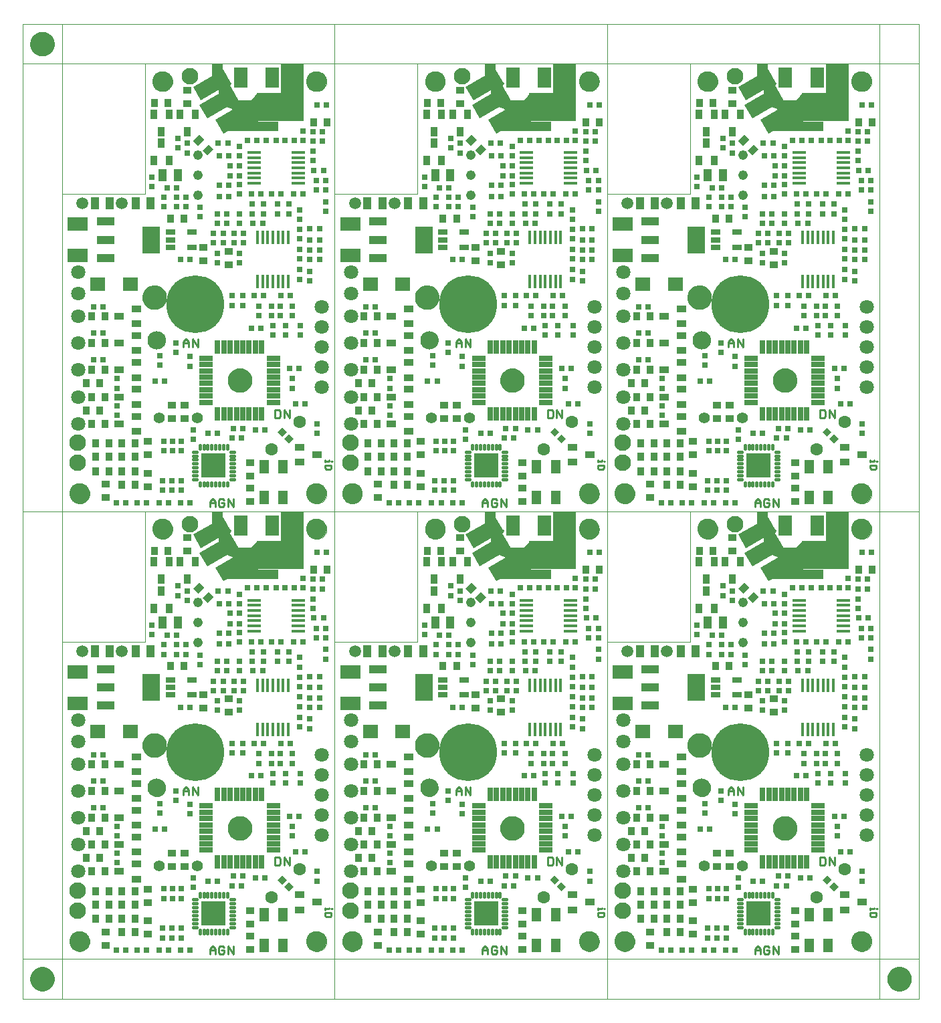
<source format=gts>
G75*
G70*
%OFA0B0*%
%FSLAX24Y24*%
%IPPOS*%
%LPD*%
%AMOC8*
5,1,8,0,0,1.08239X$1,22.5*
%
%ADD10C,0.0000*%
%ADD11C,0.0906*%
%ADD12C,0.0100*%
%ADD13C,0.1024*%
%ADD14C,0.0090*%
%ADD15R,0.1142X0.1457*%
%ADD16R,0.2795X0.0512*%
%ADD17R,0.0551X0.0709*%
%ADD18C,0.0050*%
%ADD19R,0.0316X0.0316*%
%ADD20R,0.0355X0.0434*%
%ADD21R,0.0434X0.0355*%
%ADD22R,0.0749X0.0709*%
%ADD23R,0.1732X0.0787*%
%ADD24R,0.0355X0.0394*%
%ADD25R,0.0886X0.1320*%
%ADD26R,0.0886X0.0414*%
%ADD27R,0.0414X0.0631*%
%ADD28C,0.0591*%
%ADD29R,0.1221X0.1221*%
%ADD30C,0.0150*%
%ADD31C,0.0709*%
%ADD32R,0.0473X0.0355*%
%ADD33C,0.0631*%
%ADD34R,0.0316X0.0316*%
%ADD35R,0.0650X0.0257*%
%ADD36R,0.0257X0.0650*%
%ADD37R,0.0394X0.0355*%
%ADD38R,0.0453X0.0276*%
%ADD39R,0.2362X0.1417*%
%ADD40R,0.0670X0.0178*%
%ADD41R,0.0178X0.0670*%
%ADD42R,0.0355X0.0473*%
%ADD43C,0.0476*%
%ADD44R,0.0709X0.1024*%
%ADD45R,0.1024X0.0709*%
%ADD46C,0.0827*%
%ADD47C,0.0560*%
%ADD48R,0.0512X0.0709*%
%ADD49C,0.0500*%
%ADD50C,0.2881*%
D10*
X000100Y000100D02*
X002069Y000100D01*
X002069Y002069D01*
X042817Y002069D01*
X042817Y046714D01*
X002069Y046714D01*
X002069Y002069D01*
X000100Y002069D01*
X000100Y024391D01*
X044785Y024391D01*
X044785Y002069D01*
X042817Y002069D01*
X042817Y000100D01*
X029234Y000100D01*
X029234Y048683D01*
X042817Y048683D01*
X042817Y046714D01*
X044785Y046714D01*
X044785Y024391D01*
X042817Y024391D02*
X029234Y024391D01*
X029234Y040218D01*
X033368Y040218D01*
X033368Y046714D01*
X042817Y046714D01*
X042817Y024391D01*
X042817Y002069D01*
X029234Y002069D01*
X029234Y017895D01*
X033368Y017895D01*
X033368Y024391D01*
X042817Y024391D01*
X041439Y023506D02*
X041441Y023550D01*
X041447Y023594D01*
X041457Y023637D01*
X041470Y023679D01*
X041488Y023719D01*
X041509Y023758D01*
X041533Y023795D01*
X041560Y023830D01*
X041591Y023862D01*
X041624Y023891D01*
X041660Y023917D01*
X041698Y023939D01*
X041738Y023958D01*
X041779Y023974D01*
X041822Y023986D01*
X041865Y023994D01*
X041909Y023998D01*
X041953Y023998D01*
X041997Y023994D01*
X042040Y023986D01*
X042083Y023974D01*
X042124Y023958D01*
X042164Y023939D01*
X042202Y023917D01*
X042238Y023891D01*
X042271Y023862D01*
X042302Y023830D01*
X042329Y023795D01*
X042353Y023758D01*
X042374Y023719D01*
X042392Y023679D01*
X042405Y023637D01*
X042415Y023594D01*
X042421Y023550D01*
X042423Y023506D01*
X042421Y023462D01*
X042415Y023418D01*
X042405Y023375D01*
X042392Y023333D01*
X042374Y023293D01*
X042353Y023254D01*
X042329Y023217D01*
X042302Y023182D01*
X042271Y023150D01*
X042238Y023121D01*
X042202Y023095D01*
X042164Y023073D01*
X042124Y023054D01*
X042083Y023038D01*
X042040Y023026D01*
X041997Y023018D01*
X041953Y023014D01*
X041909Y023014D01*
X041865Y023018D01*
X041822Y023026D01*
X041779Y023038D01*
X041738Y023054D01*
X041698Y023073D01*
X041660Y023095D01*
X041624Y023121D01*
X041591Y023150D01*
X041560Y023182D01*
X041533Y023217D01*
X041509Y023254D01*
X041488Y023293D01*
X041470Y023333D01*
X041457Y023375D01*
X041447Y023418D01*
X041441Y023462D01*
X041439Y023506D01*
X041439Y025277D02*
X041441Y025321D01*
X041447Y025365D01*
X041457Y025408D01*
X041470Y025450D01*
X041488Y025490D01*
X041509Y025529D01*
X041533Y025566D01*
X041560Y025601D01*
X041591Y025633D01*
X041624Y025662D01*
X041660Y025688D01*
X041698Y025710D01*
X041738Y025729D01*
X041779Y025745D01*
X041822Y025757D01*
X041865Y025765D01*
X041909Y025769D01*
X041953Y025769D01*
X041997Y025765D01*
X042040Y025757D01*
X042083Y025745D01*
X042124Y025729D01*
X042164Y025710D01*
X042202Y025688D01*
X042238Y025662D01*
X042271Y025633D01*
X042302Y025601D01*
X042329Y025566D01*
X042353Y025529D01*
X042374Y025490D01*
X042392Y025450D01*
X042405Y025408D01*
X042415Y025365D01*
X042421Y025321D01*
X042423Y025277D01*
X042421Y025233D01*
X042415Y025189D01*
X042405Y025146D01*
X042392Y025104D01*
X042374Y025064D01*
X042353Y025025D01*
X042329Y024988D01*
X042302Y024953D01*
X042271Y024921D01*
X042238Y024892D01*
X042202Y024866D01*
X042164Y024844D01*
X042124Y024825D01*
X042083Y024809D01*
X042040Y024797D01*
X041997Y024789D01*
X041953Y024785D01*
X041909Y024785D01*
X041865Y024789D01*
X041822Y024797D01*
X041779Y024809D01*
X041738Y024825D01*
X041698Y024844D01*
X041660Y024866D01*
X041624Y024892D01*
X041591Y024921D01*
X041560Y024953D01*
X041533Y024988D01*
X041509Y025025D01*
X041488Y025064D01*
X041470Y025104D01*
X041457Y025146D01*
X041447Y025189D01*
X041441Y025233D01*
X041439Y025277D01*
X033762Y023506D02*
X033764Y023550D01*
X033770Y023594D01*
X033780Y023637D01*
X033793Y023679D01*
X033811Y023719D01*
X033832Y023758D01*
X033856Y023795D01*
X033883Y023830D01*
X033914Y023862D01*
X033947Y023891D01*
X033983Y023917D01*
X034021Y023939D01*
X034061Y023958D01*
X034102Y023974D01*
X034145Y023986D01*
X034188Y023994D01*
X034232Y023998D01*
X034276Y023998D01*
X034320Y023994D01*
X034363Y023986D01*
X034406Y023974D01*
X034447Y023958D01*
X034487Y023939D01*
X034525Y023917D01*
X034561Y023891D01*
X034594Y023862D01*
X034625Y023830D01*
X034652Y023795D01*
X034676Y023758D01*
X034697Y023719D01*
X034715Y023679D01*
X034728Y023637D01*
X034738Y023594D01*
X034744Y023550D01*
X034746Y023506D01*
X034744Y023462D01*
X034738Y023418D01*
X034728Y023375D01*
X034715Y023333D01*
X034697Y023293D01*
X034676Y023254D01*
X034652Y023217D01*
X034625Y023182D01*
X034594Y023150D01*
X034561Y023121D01*
X034525Y023095D01*
X034487Y023073D01*
X034447Y023054D01*
X034406Y023038D01*
X034363Y023026D01*
X034320Y023018D01*
X034276Y023014D01*
X034232Y023014D01*
X034188Y023018D01*
X034145Y023026D01*
X034102Y023038D01*
X034061Y023054D01*
X034021Y023073D01*
X033983Y023095D01*
X033947Y023121D01*
X033914Y023150D01*
X033883Y023182D01*
X033856Y023217D01*
X033832Y023254D01*
X033811Y023293D01*
X033793Y023333D01*
X033780Y023375D01*
X033770Y023418D01*
X033764Y023462D01*
X033762Y023506D01*
X029628Y025277D02*
X029630Y025321D01*
X029636Y025365D01*
X029646Y025408D01*
X029659Y025450D01*
X029677Y025490D01*
X029698Y025529D01*
X029722Y025566D01*
X029749Y025601D01*
X029780Y025633D01*
X029813Y025662D01*
X029849Y025688D01*
X029887Y025710D01*
X029927Y025729D01*
X029968Y025745D01*
X030011Y025757D01*
X030054Y025765D01*
X030098Y025769D01*
X030142Y025769D01*
X030186Y025765D01*
X030229Y025757D01*
X030272Y025745D01*
X030313Y025729D01*
X030353Y025710D01*
X030391Y025688D01*
X030427Y025662D01*
X030460Y025633D01*
X030491Y025601D01*
X030518Y025566D01*
X030542Y025529D01*
X030563Y025490D01*
X030581Y025450D01*
X030594Y025408D01*
X030604Y025365D01*
X030610Y025321D01*
X030612Y025277D01*
X030610Y025233D01*
X030604Y025189D01*
X030594Y025146D01*
X030581Y025104D01*
X030563Y025064D01*
X030542Y025025D01*
X030518Y024988D01*
X030491Y024953D01*
X030460Y024921D01*
X030427Y024892D01*
X030391Y024866D01*
X030353Y024844D01*
X030313Y024825D01*
X030272Y024809D01*
X030229Y024797D01*
X030186Y024789D01*
X030142Y024785D01*
X030098Y024785D01*
X030054Y024789D01*
X030011Y024797D01*
X029968Y024809D01*
X029927Y024825D01*
X029887Y024844D01*
X029849Y024866D01*
X029813Y024892D01*
X029780Y024921D01*
X029749Y024953D01*
X029722Y024988D01*
X029698Y025025D01*
X029677Y025064D01*
X029659Y025104D01*
X029646Y025146D01*
X029636Y025189D01*
X029630Y025233D01*
X029628Y025277D01*
X029234Y024391D02*
X015651Y024391D01*
X015651Y040218D01*
X019785Y040218D01*
X019785Y046714D01*
X029234Y046714D01*
X029234Y024391D01*
X029234Y002069D01*
X015651Y002069D01*
X015651Y017895D01*
X019785Y017895D01*
X019785Y024391D01*
X029234Y024391D01*
X027856Y023506D02*
X027858Y023550D01*
X027864Y023594D01*
X027874Y023637D01*
X027887Y023679D01*
X027905Y023719D01*
X027926Y023758D01*
X027950Y023795D01*
X027977Y023830D01*
X028008Y023862D01*
X028041Y023891D01*
X028077Y023917D01*
X028115Y023939D01*
X028155Y023958D01*
X028196Y023974D01*
X028239Y023986D01*
X028282Y023994D01*
X028326Y023998D01*
X028370Y023998D01*
X028414Y023994D01*
X028457Y023986D01*
X028500Y023974D01*
X028541Y023958D01*
X028581Y023939D01*
X028619Y023917D01*
X028655Y023891D01*
X028688Y023862D01*
X028719Y023830D01*
X028746Y023795D01*
X028770Y023758D01*
X028791Y023719D01*
X028809Y023679D01*
X028822Y023637D01*
X028832Y023594D01*
X028838Y023550D01*
X028840Y023506D01*
X028838Y023462D01*
X028832Y023418D01*
X028822Y023375D01*
X028809Y023333D01*
X028791Y023293D01*
X028770Y023254D01*
X028746Y023217D01*
X028719Y023182D01*
X028688Y023150D01*
X028655Y023121D01*
X028619Y023095D01*
X028581Y023073D01*
X028541Y023054D01*
X028500Y023038D01*
X028457Y023026D01*
X028414Y023018D01*
X028370Y023014D01*
X028326Y023014D01*
X028282Y023018D01*
X028239Y023026D01*
X028196Y023038D01*
X028155Y023054D01*
X028115Y023073D01*
X028077Y023095D01*
X028041Y023121D01*
X028008Y023150D01*
X027977Y023182D01*
X027950Y023217D01*
X027926Y023254D01*
X027905Y023293D01*
X027887Y023333D01*
X027874Y023375D01*
X027864Y023418D01*
X027858Y023462D01*
X027856Y023506D01*
X027856Y025277D02*
X027858Y025321D01*
X027864Y025365D01*
X027874Y025408D01*
X027887Y025450D01*
X027905Y025490D01*
X027926Y025529D01*
X027950Y025566D01*
X027977Y025601D01*
X028008Y025633D01*
X028041Y025662D01*
X028077Y025688D01*
X028115Y025710D01*
X028155Y025729D01*
X028196Y025745D01*
X028239Y025757D01*
X028282Y025765D01*
X028326Y025769D01*
X028370Y025769D01*
X028414Y025765D01*
X028457Y025757D01*
X028500Y025745D01*
X028541Y025729D01*
X028581Y025710D01*
X028619Y025688D01*
X028655Y025662D01*
X028688Y025633D01*
X028719Y025601D01*
X028746Y025566D01*
X028770Y025529D01*
X028791Y025490D01*
X028809Y025450D01*
X028822Y025408D01*
X028832Y025365D01*
X028838Y025321D01*
X028840Y025277D01*
X028838Y025233D01*
X028832Y025189D01*
X028822Y025146D01*
X028809Y025104D01*
X028791Y025064D01*
X028770Y025025D01*
X028746Y024988D01*
X028719Y024953D01*
X028688Y024921D01*
X028655Y024892D01*
X028619Y024866D01*
X028581Y024844D01*
X028541Y024825D01*
X028500Y024809D01*
X028457Y024797D01*
X028414Y024789D01*
X028370Y024785D01*
X028326Y024785D01*
X028282Y024789D01*
X028239Y024797D01*
X028196Y024809D01*
X028155Y024825D01*
X028115Y024844D01*
X028077Y024866D01*
X028041Y024892D01*
X028008Y024921D01*
X027977Y024953D01*
X027950Y024988D01*
X027926Y025025D01*
X027905Y025064D01*
X027887Y025104D01*
X027874Y025146D01*
X027864Y025189D01*
X027858Y025233D01*
X027856Y025277D01*
X020179Y023506D02*
X020181Y023550D01*
X020187Y023594D01*
X020197Y023637D01*
X020210Y023679D01*
X020228Y023719D01*
X020249Y023758D01*
X020273Y023795D01*
X020300Y023830D01*
X020331Y023862D01*
X020364Y023891D01*
X020400Y023917D01*
X020438Y023939D01*
X020478Y023958D01*
X020519Y023974D01*
X020562Y023986D01*
X020605Y023994D01*
X020649Y023998D01*
X020693Y023998D01*
X020737Y023994D01*
X020780Y023986D01*
X020823Y023974D01*
X020864Y023958D01*
X020904Y023939D01*
X020942Y023917D01*
X020978Y023891D01*
X021011Y023862D01*
X021042Y023830D01*
X021069Y023795D01*
X021093Y023758D01*
X021114Y023719D01*
X021132Y023679D01*
X021145Y023637D01*
X021155Y023594D01*
X021161Y023550D01*
X021163Y023506D01*
X021161Y023462D01*
X021155Y023418D01*
X021145Y023375D01*
X021132Y023333D01*
X021114Y023293D01*
X021093Y023254D01*
X021069Y023217D01*
X021042Y023182D01*
X021011Y023150D01*
X020978Y023121D01*
X020942Y023095D01*
X020904Y023073D01*
X020864Y023054D01*
X020823Y023038D01*
X020780Y023026D01*
X020737Y023018D01*
X020693Y023014D01*
X020649Y023014D01*
X020605Y023018D01*
X020562Y023026D01*
X020519Y023038D01*
X020478Y023054D01*
X020438Y023073D01*
X020400Y023095D01*
X020364Y023121D01*
X020331Y023150D01*
X020300Y023182D01*
X020273Y023217D01*
X020249Y023254D01*
X020228Y023293D01*
X020210Y023333D01*
X020197Y023375D01*
X020187Y023418D01*
X020181Y023462D01*
X020179Y023506D01*
X016045Y025277D02*
X016047Y025321D01*
X016053Y025365D01*
X016063Y025408D01*
X016076Y025450D01*
X016094Y025490D01*
X016115Y025529D01*
X016139Y025566D01*
X016166Y025601D01*
X016197Y025633D01*
X016230Y025662D01*
X016266Y025688D01*
X016304Y025710D01*
X016344Y025729D01*
X016385Y025745D01*
X016428Y025757D01*
X016471Y025765D01*
X016515Y025769D01*
X016559Y025769D01*
X016603Y025765D01*
X016646Y025757D01*
X016689Y025745D01*
X016730Y025729D01*
X016770Y025710D01*
X016808Y025688D01*
X016844Y025662D01*
X016877Y025633D01*
X016908Y025601D01*
X016935Y025566D01*
X016959Y025529D01*
X016980Y025490D01*
X016998Y025450D01*
X017011Y025408D01*
X017021Y025365D01*
X017027Y025321D01*
X017029Y025277D01*
X017027Y025233D01*
X017021Y025189D01*
X017011Y025146D01*
X016998Y025104D01*
X016980Y025064D01*
X016959Y025025D01*
X016935Y024988D01*
X016908Y024953D01*
X016877Y024921D01*
X016844Y024892D01*
X016808Y024866D01*
X016770Y024844D01*
X016730Y024825D01*
X016689Y024809D01*
X016646Y024797D01*
X016603Y024789D01*
X016559Y024785D01*
X016515Y024785D01*
X016471Y024789D01*
X016428Y024797D01*
X016385Y024809D01*
X016344Y024825D01*
X016304Y024844D01*
X016266Y024866D01*
X016230Y024892D01*
X016197Y024921D01*
X016166Y024953D01*
X016139Y024988D01*
X016115Y025025D01*
X016094Y025064D01*
X016076Y025104D01*
X016063Y025146D01*
X016053Y025189D01*
X016047Y025233D01*
X016045Y025277D01*
X015651Y024391D02*
X002069Y024391D01*
X002069Y040218D01*
X006202Y040218D01*
X006202Y046714D01*
X015651Y046714D01*
X015651Y024391D01*
X015651Y002069D01*
X002069Y002069D01*
X002069Y017895D01*
X006202Y017895D01*
X006202Y024391D01*
X015651Y024391D01*
X014273Y023506D02*
X014275Y023550D01*
X014281Y023594D01*
X014291Y023637D01*
X014304Y023679D01*
X014322Y023719D01*
X014343Y023758D01*
X014367Y023795D01*
X014394Y023830D01*
X014425Y023862D01*
X014458Y023891D01*
X014494Y023917D01*
X014532Y023939D01*
X014572Y023958D01*
X014613Y023974D01*
X014656Y023986D01*
X014699Y023994D01*
X014743Y023998D01*
X014787Y023998D01*
X014831Y023994D01*
X014874Y023986D01*
X014917Y023974D01*
X014958Y023958D01*
X014998Y023939D01*
X015036Y023917D01*
X015072Y023891D01*
X015105Y023862D01*
X015136Y023830D01*
X015163Y023795D01*
X015187Y023758D01*
X015208Y023719D01*
X015226Y023679D01*
X015239Y023637D01*
X015249Y023594D01*
X015255Y023550D01*
X015257Y023506D01*
X015255Y023462D01*
X015249Y023418D01*
X015239Y023375D01*
X015226Y023333D01*
X015208Y023293D01*
X015187Y023254D01*
X015163Y023217D01*
X015136Y023182D01*
X015105Y023150D01*
X015072Y023121D01*
X015036Y023095D01*
X014998Y023073D01*
X014958Y023054D01*
X014917Y023038D01*
X014874Y023026D01*
X014831Y023018D01*
X014787Y023014D01*
X014743Y023014D01*
X014699Y023018D01*
X014656Y023026D01*
X014613Y023038D01*
X014572Y023054D01*
X014532Y023073D01*
X014494Y023095D01*
X014458Y023121D01*
X014425Y023150D01*
X014394Y023182D01*
X014367Y023217D01*
X014343Y023254D01*
X014322Y023293D01*
X014304Y023333D01*
X014291Y023375D01*
X014281Y023418D01*
X014275Y023462D01*
X014273Y023506D01*
X014273Y025277D02*
X014275Y025321D01*
X014281Y025365D01*
X014291Y025408D01*
X014304Y025450D01*
X014322Y025490D01*
X014343Y025529D01*
X014367Y025566D01*
X014394Y025601D01*
X014425Y025633D01*
X014458Y025662D01*
X014494Y025688D01*
X014532Y025710D01*
X014572Y025729D01*
X014613Y025745D01*
X014656Y025757D01*
X014699Y025765D01*
X014743Y025769D01*
X014787Y025769D01*
X014831Y025765D01*
X014874Y025757D01*
X014917Y025745D01*
X014958Y025729D01*
X014998Y025710D01*
X015036Y025688D01*
X015072Y025662D01*
X015105Y025633D01*
X015136Y025601D01*
X015163Y025566D01*
X015187Y025529D01*
X015208Y025490D01*
X015226Y025450D01*
X015239Y025408D01*
X015249Y025365D01*
X015255Y025321D01*
X015257Y025277D01*
X015255Y025233D01*
X015249Y025189D01*
X015239Y025146D01*
X015226Y025104D01*
X015208Y025064D01*
X015187Y025025D01*
X015163Y024988D01*
X015136Y024953D01*
X015105Y024921D01*
X015072Y024892D01*
X015036Y024866D01*
X014998Y024844D01*
X014958Y024825D01*
X014917Y024809D01*
X014874Y024797D01*
X014831Y024789D01*
X014787Y024785D01*
X014743Y024785D01*
X014699Y024789D01*
X014656Y024797D01*
X014613Y024809D01*
X014572Y024825D01*
X014532Y024844D01*
X014494Y024866D01*
X014458Y024892D01*
X014425Y024921D01*
X014394Y024953D01*
X014367Y024988D01*
X014343Y025025D01*
X014322Y025064D01*
X014304Y025104D01*
X014291Y025146D01*
X014281Y025189D01*
X014275Y025233D01*
X014273Y025277D01*
X006596Y023506D02*
X006598Y023550D01*
X006604Y023594D01*
X006614Y023637D01*
X006627Y023679D01*
X006645Y023719D01*
X006666Y023758D01*
X006690Y023795D01*
X006717Y023830D01*
X006748Y023862D01*
X006781Y023891D01*
X006817Y023917D01*
X006855Y023939D01*
X006895Y023958D01*
X006936Y023974D01*
X006979Y023986D01*
X007022Y023994D01*
X007066Y023998D01*
X007110Y023998D01*
X007154Y023994D01*
X007197Y023986D01*
X007240Y023974D01*
X007281Y023958D01*
X007321Y023939D01*
X007359Y023917D01*
X007395Y023891D01*
X007428Y023862D01*
X007459Y023830D01*
X007486Y023795D01*
X007510Y023758D01*
X007531Y023719D01*
X007549Y023679D01*
X007562Y023637D01*
X007572Y023594D01*
X007578Y023550D01*
X007580Y023506D01*
X007578Y023462D01*
X007572Y023418D01*
X007562Y023375D01*
X007549Y023333D01*
X007531Y023293D01*
X007510Y023254D01*
X007486Y023217D01*
X007459Y023182D01*
X007428Y023150D01*
X007395Y023121D01*
X007359Y023095D01*
X007321Y023073D01*
X007281Y023054D01*
X007240Y023038D01*
X007197Y023026D01*
X007154Y023018D01*
X007110Y023014D01*
X007066Y023014D01*
X007022Y023018D01*
X006979Y023026D01*
X006936Y023038D01*
X006895Y023054D01*
X006855Y023073D01*
X006817Y023095D01*
X006781Y023121D01*
X006748Y023150D01*
X006717Y023182D01*
X006690Y023217D01*
X006666Y023254D01*
X006645Y023293D01*
X006627Y023333D01*
X006614Y023375D01*
X006604Y023418D01*
X006598Y023462D01*
X006596Y023506D01*
X002462Y025277D02*
X002464Y025321D01*
X002470Y025365D01*
X002480Y025408D01*
X002493Y025450D01*
X002511Y025490D01*
X002532Y025529D01*
X002556Y025566D01*
X002583Y025601D01*
X002614Y025633D01*
X002647Y025662D01*
X002683Y025688D01*
X002721Y025710D01*
X002761Y025729D01*
X002802Y025745D01*
X002845Y025757D01*
X002888Y025765D01*
X002932Y025769D01*
X002976Y025769D01*
X003020Y025765D01*
X003063Y025757D01*
X003106Y025745D01*
X003147Y025729D01*
X003187Y025710D01*
X003225Y025688D01*
X003261Y025662D01*
X003294Y025633D01*
X003325Y025601D01*
X003352Y025566D01*
X003376Y025529D01*
X003397Y025490D01*
X003415Y025450D01*
X003428Y025408D01*
X003438Y025365D01*
X003444Y025321D01*
X003446Y025277D01*
X003444Y025233D01*
X003438Y025189D01*
X003428Y025146D01*
X003415Y025104D01*
X003397Y025064D01*
X003376Y025025D01*
X003352Y024988D01*
X003325Y024953D01*
X003294Y024921D01*
X003261Y024892D01*
X003225Y024866D01*
X003187Y024844D01*
X003147Y024825D01*
X003106Y024809D01*
X003063Y024797D01*
X003020Y024789D01*
X002976Y024785D01*
X002932Y024785D01*
X002888Y024789D01*
X002845Y024797D01*
X002802Y024809D01*
X002761Y024825D01*
X002721Y024844D01*
X002683Y024866D01*
X002647Y024892D01*
X002614Y024921D01*
X002583Y024953D01*
X002556Y024988D01*
X002532Y025025D01*
X002511Y025064D01*
X002493Y025104D01*
X002480Y025146D01*
X002470Y025189D01*
X002464Y025233D01*
X002462Y025277D01*
X000100Y024391D02*
X000100Y046714D01*
X002069Y046714D01*
X002069Y048683D01*
X015651Y048683D01*
X015651Y000100D01*
X002069Y000100D01*
X000100Y000100D02*
X000100Y002069D01*
X002462Y002954D02*
X002464Y002998D01*
X002470Y003042D01*
X002480Y003085D01*
X002493Y003127D01*
X002511Y003167D01*
X002532Y003206D01*
X002556Y003243D01*
X002583Y003278D01*
X002614Y003310D01*
X002647Y003339D01*
X002683Y003365D01*
X002721Y003387D01*
X002761Y003406D01*
X002802Y003422D01*
X002845Y003434D01*
X002888Y003442D01*
X002932Y003446D01*
X002976Y003446D01*
X003020Y003442D01*
X003063Y003434D01*
X003106Y003422D01*
X003147Y003406D01*
X003187Y003387D01*
X003225Y003365D01*
X003261Y003339D01*
X003294Y003310D01*
X003325Y003278D01*
X003352Y003243D01*
X003376Y003206D01*
X003397Y003167D01*
X003415Y003127D01*
X003428Y003085D01*
X003438Y003042D01*
X003444Y002998D01*
X003446Y002954D01*
X003444Y002910D01*
X003438Y002866D01*
X003428Y002823D01*
X003415Y002781D01*
X003397Y002741D01*
X003376Y002702D01*
X003352Y002665D01*
X003325Y002630D01*
X003294Y002598D01*
X003261Y002569D01*
X003225Y002543D01*
X003187Y002521D01*
X003147Y002502D01*
X003106Y002486D01*
X003063Y002474D01*
X003020Y002466D01*
X002976Y002462D01*
X002932Y002462D01*
X002888Y002466D01*
X002845Y002474D01*
X002802Y002486D01*
X002761Y002502D01*
X002721Y002521D01*
X002683Y002543D01*
X002647Y002569D01*
X002614Y002598D01*
X002583Y002630D01*
X002556Y002665D01*
X002532Y002702D01*
X002511Y002741D01*
X002493Y002781D01*
X002480Y002823D01*
X002470Y002866D01*
X002464Y002910D01*
X002462Y002954D01*
X006360Y010612D02*
X006362Y010653D01*
X006368Y010694D01*
X006378Y010734D01*
X006391Y010773D01*
X006408Y010810D01*
X006429Y010846D01*
X006453Y010880D01*
X006480Y010911D01*
X006509Y010939D01*
X006542Y010965D01*
X006576Y010987D01*
X006613Y011006D01*
X006651Y011021D01*
X006691Y011033D01*
X006731Y011041D01*
X006772Y011045D01*
X006814Y011045D01*
X006855Y011041D01*
X006895Y011033D01*
X006935Y011021D01*
X006973Y011006D01*
X007009Y010987D01*
X007044Y010965D01*
X007077Y010939D01*
X007106Y010911D01*
X007133Y010880D01*
X007157Y010846D01*
X007178Y010810D01*
X007195Y010773D01*
X007208Y010734D01*
X007218Y010694D01*
X007224Y010653D01*
X007226Y010612D01*
X007224Y010571D01*
X007218Y010530D01*
X007208Y010490D01*
X007195Y010451D01*
X007178Y010414D01*
X007157Y010378D01*
X007133Y010344D01*
X007106Y010313D01*
X007077Y010285D01*
X007044Y010259D01*
X007010Y010237D01*
X006973Y010218D01*
X006935Y010203D01*
X006895Y010191D01*
X006855Y010183D01*
X006814Y010179D01*
X006772Y010179D01*
X006731Y010183D01*
X006691Y010191D01*
X006651Y010203D01*
X006613Y010218D01*
X006577Y010237D01*
X006542Y010259D01*
X006509Y010285D01*
X006480Y010313D01*
X006453Y010344D01*
X006429Y010378D01*
X006408Y010414D01*
X006391Y010451D01*
X006378Y010490D01*
X006368Y010530D01*
X006362Y010571D01*
X006360Y010612D01*
X014273Y002954D02*
X014275Y002998D01*
X014281Y003042D01*
X014291Y003085D01*
X014304Y003127D01*
X014322Y003167D01*
X014343Y003206D01*
X014367Y003243D01*
X014394Y003278D01*
X014425Y003310D01*
X014458Y003339D01*
X014494Y003365D01*
X014532Y003387D01*
X014572Y003406D01*
X014613Y003422D01*
X014656Y003434D01*
X014699Y003442D01*
X014743Y003446D01*
X014787Y003446D01*
X014831Y003442D01*
X014874Y003434D01*
X014917Y003422D01*
X014958Y003406D01*
X014998Y003387D01*
X015036Y003365D01*
X015072Y003339D01*
X015105Y003310D01*
X015136Y003278D01*
X015163Y003243D01*
X015187Y003206D01*
X015208Y003167D01*
X015226Y003127D01*
X015239Y003085D01*
X015249Y003042D01*
X015255Y002998D01*
X015257Y002954D01*
X015255Y002910D01*
X015249Y002866D01*
X015239Y002823D01*
X015226Y002781D01*
X015208Y002741D01*
X015187Y002702D01*
X015163Y002665D01*
X015136Y002630D01*
X015105Y002598D01*
X015072Y002569D01*
X015036Y002543D01*
X014998Y002521D01*
X014958Y002502D01*
X014917Y002486D01*
X014874Y002474D01*
X014831Y002466D01*
X014787Y002462D01*
X014743Y002462D01*
X014699Y002466D01*
X014656Y002474D01*
X014613Y002486D01*
X014572Y002502D01*
X014532Y002521D01*
X014494Y002543D01*
X014458Y002569D01*
X014425Y002598D01*
X014394Y002630D01*
X014367Y002665D01*
X014343Y002702D01*
X014322Y002741D01*
X014304Y002781D01*
X014291Y002823D01*
X014281Y002866D01*
X014275Y002910D01*
X014273Y002954D01*
X016045Y002954D02*
X016047Y002998D01*
X016053Y003042D01*
X016063Y003085D01*
X016076Y003127D01*
X016094Y003167D01*
X016115Y003206D01*
X016139Y003243D01*
X016166Y003278D01*
X016197Y003310D01*
X016230Y003339D01*
X016266Y003365D01*
X016304Y003387D01*
X016344Y003406D01*
X016385Y003422D01*
X016428Y003434D01*
X016471Y003442D01*
X016515Y003446D01*
X016559Y003446D01*
X016603Y003442D01*
X016646Y003434D01*
X016689Y003422D01*
X016730Y003406D01*
X016770Y003387D01*
X016808Y003365D01*
X016844Y003339D01*
X016877Y003310D01*
X016908Y003278D01*
X016935Y003243D01*
X016959Y003206D01*
X016980Y003167D01*
X016998Y003127D01*
X017011Y003085D01*
X017021Y003042D01*
X017027Y002998D01*
X017029Y002954D01*
X017027Y002910D01*
X017021Y002866D01*
X017011Y002823D01*
X016998Y002781D01*
X016980Y002741D01*
X016959Y002702D01*
X016935Y002665D01*
X016908Y002630D01*
X016877Y002598D01*
X016844Y002569D01*
X016808Y002543D01*
X016770Y002521D01*
X016730Y002502D01*
X016689Y002486D01*
X016646Y002474D01*
X016603Y002466D01*
X016559Y002462D01*
X016515Y002462D01*
X016471Y002466D01*
X016428Y002474D01*
X016385Y002486D01*
X016344Y002502D01*
X016304Y002521D01*
X016266Y002543D01*
X016230Y002569D01*
X016197Y002598D01*
X016166Y002630D01*
X016139Y002665D01*
X016115Y002702D01*
X016094Y002741D01*
X016076Y002781D01*
X016063Y002823D01*
X016053Y002866D01*
X016047Y002910D01*
X016045Y002954D01*
X015651Y000100D02*
X029234Y000100D01*
X029628Y002954D02*
X029630Y002998D01*
X029636Y003042D01*
X029646Y003085D01*
X029659Y003127D01*
X029677Y003167D01*
X029698Y003206D01*
X029722Y003243D01*
X029749Y003278D01*
X029780Y003310D01*
X029813Y003339D01*
X029849Y003365D01*
X029887Y003387D01*
X029927Y003406D01*
X029968Y003422D01*
X030011Y003434D01*
X030054Y003442D01*
X030098Y003446D01*
X030142Y003446D01*
X030186Y003442D01*
X030229Y003434D01*
X030272Y003422D01*
X030313Y003406D01*
X030353Y003387D01*
X030391Y003365D01*
X030427Y003339D01*
X030460Y003310D01*
X030491Y003278D01*
X030518Y003243D01*
X030542Y003206D01*
X030563Y003167D01*
X030581Y003127D01*
X030594Y003085D01*
X030604Y003042D01*
X030610Y002998D01*
X030612Y002954D01*
X030610Y002910D01*
X030604Y002866D01*
X030594Y002823D01*
X030581Y002781D01*
X030563Y002741D01*
X030542Y002702D01*
X030518Y002665D01*
X030491Y002630D01*
X030460Y002598D01*
X030427Y002569D01*
X030391Y002543D01*
X030353Y002521D01*
X030313Y002502D01*
X030272Y002486D01*
X030229Y002474D01*
X030186Y002466D01*
X030142Y002462D01*
X030098Y002462D01*
X030054Y002466D01*
X030011Y002474D01*
X029968Y002486D01*
X029927Y002502D01*
X029887Y002521D01*
X029849Y002543D01*
X029813Y002569D01*
X029780Y002598D01*
X029749Y002630D01*
X029722Y002665D01*
X029698Y002702D01*
X029677Y002741D01*
X029659Y002781D01*
X029646Y002823D01*
X029636Y002866D01*
X029630Y002910D01*
X029628Y002954D01*
X027856Y002954D02*
X027858Y002998D01*
X027864Y003042D01*
X027874Y003085D01*
X027887Y003127D01*
X027905Y003167D01*
X027926Y003206D01*
X027950Y003243D01*
X027977Y003278D01*
X028008Y003310D01*
X028041Y003339D01*
X028077Y003365D01*
X028115Y003387D01*
X028155Y003406D01*
X028196Y003422D01*
X028239Y003434D01*
X028282Y003442D01*
X028326Y003446D01*
X028370Y003446D01*
X028414Y003442D01*
X028457Y003434D01*
X028500Y003422D01*
X028541Y003406D01*
X028581Y003387D01*
X028619Y003365D01*
X028655Y003339D01*
X028688Y003310D01*
X028719Y003278D01*
X028746Y003243D01*
X028770Y003206D01*
X028791Y003167D01*
X028809Y003127D01*
X028822Y003085D01*
X028832Y003042D01*
X028838Y002998D01*
X028840Y002954D01*
X028838Y002910D01*
X028832Y002866D01*
X028822Y002823D01*
X028809Y002781D01*
X028791Y002741D01*
X028770Y002702D01*
X028746Y002665D01*
X028719Y002630D01*
X028688Y002598D01*
X028655Y002569D01*
X028619Y002543D01*
X028581Y002521D01*
X028541Y002502D01*
X028500Y002486D01*
X028457Y002474D01*
X028414Y002466D01*
X028370Y002462D01*
X028326Y002462D01*
X028282Y002466D01*
X028239Y002474D01*
X028196Y002486D01*
X028155Y002502D01*
X028115Y002521D01*
X028077Y002543D01*
X028041Y002569D01*
X028008Y002598D01*
X027977Y002630D01*
X027950Y002665D01*
X027926Y002702D01*
X027905Y002741D01*
X027887Y002781D01*
X027874Y002823D01*
X027864Y002866D01*
X027858Y002910D01*
X027856Y002954D01*
X033525Y010612D02*
X033527Y010653D01*
X033533Y010694D01*
X033543Y010734D01*
X033556Y010773D01*
X033573Y010810D01*
X033594Y010846D01*
X033618Y010880D01*
X033645Y010911D01*
X033674Y010939D01*
X033707Y010965D01*
X033741Y010987D01*
X033778Y011006D01*
X033816Y011021D01*
X033856Y011033D01*
X033896Y011041D01*
X033937Y011045D01*
X033979Y011045D01*
X034020Y011041D01*
X034060Y011033D01*
X034100Y011021D01*
X034138Y011006D01*
X034174Y010987D01*
X034209Y010965D01*
X034242Y010939D01*
X034271Y010911D01*
X034298Y010880D01*
X034322Y010846D01*
X034343Y010810D01*
X034360Y010773D01*
X034373Y010734D01*
X034383Y010694D01*
X034389Y010653D01*
X034391Y010612D01*
X034389Y010571D01*
X034383Y010530D01*
X034373Y010490D01*
X034360Y010451D01*
X034343Y010414D01*
X034322Y010378D01*
X034298Y010344D01*
X034271Y010313D01*
X034242Y010285D01*
X034209Y010259D01*
X034175Y010237D01*
X034138Y010218D01*
X034100Y010203D01*
X034060Y010191D01*
X034020Y010183D01*
X033979Y010179D01*
X033937Y010179D01*
X033896Y010183D01*
X033856Y010191D01*
X033816Y010203D01*
X033778Y010218D01*
X033742Y010237D01*
X033707Y010259D01*
X033674Y010285D01*
X033645Y010313D01*
X033618Y010344D01*
X033594Y010378D01*
X033573Y010414D01*
X033556Y010451D01*
X033543Y010490D01*
X033533Y010530D01*
X033527Y010571D01*
X033525Y010612D01*
X041439Y002954D02*
X041441Y002998D01*
X041447Y003042D01*
X041457Y003085D01*
X041470Y003127D01*
X041488Y003167D01*
X041509Y003206D01*
X041533Y003243D01*
X041560Y003278D01*
X041591Y003310D01*
X041624Y003339D01*
X041660Y003365D01*
X041698Y003387D01*
X041738Y003406D01*
X041779Y003422D01*
X041822Y003434D01*
X041865Y003442D01*
X041909Y003446D01*
X041953Y003446D01*
X041997Y003442D01*
X042040Y003434D01*
X042083Y003422D01*
X042124Y003406D01*
X042164Y003387D01*
X042202Y003365D01*
X042238Y003339D01*
X042271Y003310D01*
X042302Y003278D01*
X042329Y003243D01*
X042353Y003206D01*
X042374Y003167D01*
X042392Y003127D01*
X042405Y003085D01*
X042415Y003042D01*
X042421Y002998D01*
X042423Y002954D01*
X042421Y002910D01*
X042415Y002866D01*
X042405Y002823D01*
X042392Y002781D01*
X042374Y002741D01*
X042353Y002702D01*
X042329Y002665D01*
X042302Y002630D01*
X042271Y002598D01*
X042238Y002569D01*
X042202Y002543D01*
X042164Y002521D01*
X042124Y002502D01*
X042083Y002486D01*
X042040Y002474D01*
X041997Y002466D01*
X041953Y002462D01*
X041909Y002462D01*
X041865Y002466D01*
X041822Y002474D01*
X041779Y002486D01*
X041738Y002502D01*
X041698Y002521D01*
X041660Y002543D01*
X041624Y002569D01*
X041591Y002598D01*
X041560Y002630D01*
X041533Y002665D01*
X041509Y002702D01*
X041488Y002741D01*
X041470Y002781D01*
X041457Y002823D01*
X041447Y002866D01*
X041441Y002910D01*
X041439Y002954D01*
X042817Y000100D02*
X044785Y000100D01*
X044785Y002069D01*
X019943Y010612D02*
X019945Y010653D01*
X019951Y010694D01*
X019961Y010734D01*
X019974Y010773D01*
X019991Y010810D01*
X020012Y010846D01*
X020036Y010880D01*
X020063Y010911D01*
X020092Y010939D01*
X020125Y010965D01*
X020159Y010987D01*
X020196Y011006D01*
X020234Y011021D01*
X020274Y011033D01*
X020314Y011041D01*
X020355Y011045D01*
X020397Y011045D01*
X020438Y011041D01*
X020478Y011033D01*
X020518Y011021D01*
X020556Y011006D01*
X020592Y010987D01*
X020627Y010965D01*
X020660Y010939D01*
X020689Y010911D01*
X020716Y010880D01*
X020740Y010846D01*
X020761Y010810D01*
X020778Y010773D01*
X020791Y010734D01*
X020801Y010694D01*
X020807Y010653D01*
X020809Y010612D01*
X020807Y010571D01*
X020801Y010530D01*
X020791Y010490D01*
X020778Y010451D01*
X020761Y010414D01*
X020740Y010378D01*
X020716Y010344D01*
X020689Y010313D01*
X020660Y010285D01*
X020627Y010259D01*
X020593Y010237D01*
X020556Y010218D01*
X020518Y010203D01*
X020478Y010191D01*
X020438Y010183D01*
X020397Y010179D01*
X020355Y010179D01*
X020314Y010183D01*
X020274Y010191D01*
X020234Y010203D01*
X020196Y010218D01*
X020160Y010237D01*
X020125Y010259D01*
X020092Y010285D01*
X020063Y010313D01*
X020036Y010344D01*
X020012Y010378D01*
X019991Y010414D01*
X019974Y010451D01*
X019961Y010490D01*
X019951Y010530D01*
X019945Y010571D01*
X019943Y010612D01*
X019943Y032935D02*
X019945Y032976D01*
X019951Y033017D01*
X019961Y033057D01*
X019974Y033096D01*
X019991Y033133D01*
X020012Y033169D01*
X020036Y033203D01*
X020063Y033234D01*
X020092Y033262D01*
X020125Y033288D01*
X020159Y033310D01*
X020196Y033329D01*
X020234Y033344D01*
X020274Y033356D01*
X020314Y033364D01*
X020355Y033368D01*
X020397Y033368D01*
X020438Y033364D01*
X020478Y033356D01*
X020518Y033344D01*
X020556Y033329D01*
X020592Y033310D01*
X020627Y033288D01*
X020660Y033262D01*
X020689Y033234D01*
X020716Y033203D01*
X020740Y033169D01*
X020761Y033133D01*
X020778Y033096D01*
X020791Y033057D01*
X020801Y033017D01*
X020807Y032976D01*
X020809Y032935D01*
X020807Y032894D01*
X020801Y032853D01*
X020791Y032813D01*
X020778Y032774D01*
X020761Y032737D01*
X020740Y032701D01*
X020716Y032667D01*
X020689Y032636D01*
X020660Y032608D01*
X020627Y032582D01*
X020593Y032560D01*
X020556Y032541D01*
X020518Y032526D01*
X020478Y032514D01*
X020438Y032506D01*
X020397Y032502D01*
X020355Y032502D01*
X020314Y032506D01*
X020274Y032514D01*
X020234Y032526D01*
X020196Y032541D01*
X020160Y032560D01*
X020125Y032582D01*
X020092Y032608D01*
X020063Y032636D01*
X020036Y032667D01*
X020012Y032701D01*
X019991Y032737D01*
X019974Y032774D01*
X019961Y032813D01*
X019951Y032853D01*
X019945Y032894D01*
X019943Y032935D01*
X020179Y045828D02*
X020181Y045872D01*
X020187Y045916D01*
X020197Y045959D01*
X020210Y046001D01*
X020228Y046041D01*
X020249Y046080D01*
X020273Y046117D01*
X020300Y046152D01*
X020331Y046184D01*
X020364Y046213D01*
X020400Y046239D01*
X020438Y046261D01*
X020478Y046280D01*
X020519Y046296D01*
X020562Y046308D01*
X020605Y046316D01*
X020649Y046320D01*
X020693Y046320D01*
X020737Y046316D01*
X020780Y046308D01*
X020823Y046296D01*
X020864Y046280D01*
X020904Y046261D01*
X020942Y046239D01*
X020978Y046213D01*
X021011Y046184D01*
X021042Y046152D01*
X021069Y046117D01*
X021093Y046080D01*
X021114Y046041D01*
X021132Y046001D01*
X021145Y045959D01*
X021155Y045916D01*
X021161Y045872D01*
X021163Y045828D01*
X021161Y045784D01*
X021155Y045740D01*
X021145Y045697D01*
X021132Y045655D01*
X021114Y045615D01*
X021093Y045576D01*
X021069Y045539D01*
X021042Y045504D01*
X021011Y045472D01*
X020978Y045443D01*
X020942Y045417D01*
X020904Y045395D01*
X020864Y045376D01*
X020823Y045360D01*
X020780Y045348D01*
X020737Y045340D01*
X020693Y045336D01*
X020649Y045336D01*
X020605Y045340D01*
X020562Y045348D01*
X020519Y045360D01*
X020478Y045376D01*
X020438Y045395D01*
X020400Y045417D01*
X020364Y045443D01*
X020331Y045472D01*
X020300Y045504D01*
X020273Y045539D01*
X020249Y045576D01*
X020228Y045615D01*
X020210Y045655D01*
X020197Y045697D01*
X020187Y045740D01*
X020181Y045784D01*
X020179Y045828D01*
X015651Y048683D02*
X029234Y048683D01*
X027856Y045828D02*
X027858Y045872D01*
X027864Y045916D01*
X027874Y045959D01*
X027887Y046001D01*
X027905Y046041D01*
X027926Y046080D01*
X027950Y046117D01*
X027977Y046152D01*
X028008Y046184D01*
X028041Y046213D01*
X028077Y046239D01*
X028115Y046261D01*
X028155Y046280D01*
X028196Y046296D01*
X028239Y046308D01*
X028282Y046316D01*
X028326Y046320D01*
X028370Y046320D01*
X028414Y046316D01*
X028457Y046308D01*
X028500Y046296D01*
X028541Y046280D01*
X028581Y046261D01*
X028619Y046239D01*
X028655Y046213D01*
X028688Y046184D01*
X028719Y046152D01*
X028746Y046117D01*
X028770Y046080D01*
X028791Y046041D01*
X028809Y046001D01*
X028822Y045959D01*
X028832Y045916D01*
X028838Y045872D01*
X028840Y045828D01*
X028838Y045784D01*
X028832Y045740D01*
X028822Y045697D01*
X028809Y045655D01*
X028791Y045615D01*
X028770Y045576D01*
X028746Y045539D01*
X028719Y045504D01*
X028688Y045472D01*
X028655Y045443D01*
X028619Y045417D01*
X028581Y045395D01*
X028541Y045376D01*
X028500Y045360D01*
X028457Y045348D01*
X028414Y045340D01*
X028370Y045336D01*
X028326Y045336D01*
X028282Y045340D01*
X028239Y045348D01*
X028196Y045360D01*
X028155Y045376D01*
X028115Y045395D01*
X028077Y045417D01*
X028041Y045443D01*
X028008Y045472D01*
X027977Y045504D01*
X027950Y045539D01*
X027926Y045576D01*
X027905Y045615D01*
X027887Y045655D01*
X027874Y045697D01*
X027864Y045740D01*
X027858Y045784D01*
X027856Y045828D01*
X033762Y045828D02*
X033764Y045872D01*
X033770Y045916D01*
X033780Y045959D01*
X033793Y046001D01*
X033811Y046041D01*
X033832Y046080D01*
X033856Y046117D01*
X033883Y046152D01*
X033914Y046184D01*
X033947Y046213D01*
X033983Y046239D01*
X034021Y046261D01*
X034061Y046280D01*
X034102Y046296D01*
X034145Y046308D01*
X034188Y046316D01*
X034232Y046320D01*
X034276Y046320D01*
X034320Y046316D01*
X034363Y046308D01*
X034406Y046296D01*
X034447Y046280D01*
X034487Y046261D01*
X034525Y046239D01*
X034561Y046213D01*
X034594Y046184D01*
X034625Y046152D01*
X034652Y046117D01*
X034676Y046080D01*
X034697Y046041D01*
X034715Y046001D01*
X034728Y045959D01*
X034738Y045916D01*
X034744Y045872D01*
X034746Y045828D01*
X034744Y045784D01*
X034738Y045740D01*
X034728Y045697D01*
X034715Y045655D01*
X034697Y045615D01*
X034676Y045576D01*
X034652Y045539D01*
X034625Y045504D01*
X034594Y045472D01*
X034561Y045443D01*
X034525Y045417D01*
X034487Y045395D01*
X034447Y045376D01*
X034406Y045360D01*
X034363Y045348D01*
X034320Y045340D01*
X034276Y045336D01*
X034232Y045336D01*
X034188Y045340D01*
X034145Y045348D01*
X034102Y045360D01*
X034061Y045376D01*
X034021Y045395D01*
X033983Y045417D01*
X033947Y045443D01*
X033914Y045472D01*
X033883Y045504D01*
X033856Y045539D01*
X033832Y045576D01*
X033811Y045615D01*
X033793Y045655D01*
X033780Y045697D01*
X033770Y045740D01*
X033764Y045784D01*
X033762Y045828D01*
X041439Y045828D02*
X041441Y045872D01*
X041447Y045916D01*
X041457Y045959D01*
X041470Y046001D01*
X041488Y046041D01*
X041509Y046080D01*
X041533Y046117D01*
X041560Y046152D01*
X041591Y046184D01*
X041624Y046213D01*
X041660Y046239D01*
X041698Y046261D01*
X041738Y046280D01*
X041779Y046296D01*
X041822Y046308D01*
X041865Y046316D01*
X041909Y046320D01*
X041953Y046320D01*
X041997Y046316D01*
X042040Y046308D01*
X042083Y046296D01*
X042124Y046280D01*
X042164Y046261D01*
X042202Y046239D01*
X042238Y046213D01*
X042271Y046184D01*
X042302Y046152D01*
X042329Y046117D01*
X042353Y046080D01*
X042374Y046041D01*
X042392Y046001D01*
X042405Y045959D01*
X042415Y045916D01*
X042421Y045872D01*
X042423Y045828D01*
X042421Y045784D01*
X042415Y045740D01*
X042405Y045697D01*
X042392Y045655D01*
X042374Y045615D01*
X042353Y045576D01*
X042329Y045539D01*
X042302Y045504D01*
X042271Y045472D01*
X042238Y045443D01*
X042202Y045417D01*
X042164Y045395D01*
X042124Y045376D01*
X042083Y045360D01*
X042040Y045348D01*
X041997Y045340D01*
X041953Y045336D01*
X041909Y045336D01*
X041865Y045340D01*
X041822Y045348D01*
X041779Y045360D01*
X041738Y045376D01*
X041698Y045395D01*
X041660Y045417D01*
X041624Y045443D01*
X041591Y045472D01*
X041560Y045504D01*
X041533Y045539D01*
X041509Y045576D01*
X041488Y045615D01*
X041470Y045655D01*
X041457Y045697D01*
X041447Y045740D01*
X041441Y045784D01*
X041439Y045828D01*
X042817Y048683D02*
X044785Y048683D01*
X044785Y046714D01*
X033525Y032935D02*
X033527Y032976D01*
X033533Y033017D01*
X033543Y033057D01*
X033556Y033096D01*
X033573Y033133D01*
X033594Y033169D01*
X033618Y033203D01*
X033645Y033234D01*
X033674Y033262D01*
X033707Y033288D01*
X033741Y033310D01*
X033778Y033329D01*
X033816Y033344D01*
X033856Y033356D01*
X033896Y033364D01*
X033937Y033368D01*
X033979Y033368D01*
X034020Y033364D01*
X034060Y033356D01*
X034100Y033344D01*
X034138Y033329D01*
X034174Y033310D01*
X034209Y033288D01*
X034242Y033262D01*
X034271Y033234D01*
X034298Y033203D01*
X034322Y033169D01*
X034343Y033133D01*
X034360Y033096D01*
X034373Y033057D01*
X034383Y033017D01*
X034389Y032976D01*
X034391Y032935D01*
X034389Y032894D01*
X034383Y032853D01*
X034373Y032813D01*
X034360Y032774D01*
X034343Y032737D01*
X034322Y032701D01*
X034298Y032667D01*
X034271Y032636D01*
X034242Y032608D01*
X034209Y032582D01*
X034175Y032560D01*
X034138Y032541D01*
X034100Y032526D01*
X034060Y032514D01*
X034020Y032506D01*
X033979Y032502D01*
X033937Y032502D01*
X033896Y032506D01*
X033856Y032514D01*
X033816Y032526D01*
X033778Y032541D01*
X033742Y032560D01*
X033707Y032582D01*
X033674Y032608D01*
X033645Y032636D01*
X033618Y032667D01*
X033594Y032701D01*
X033573Y032737D01*
X033556Y032774D01*
X033543Y032813D01*
X033533Y032853D01*
X033527Y032894D01*
X033525Y032935D01*
X014273Y045828D02*
X014275Y045872D01*
X014281Y045916D01*
X014291Y045959D01*
X014304Y046001D01*
X014322Y046041D01*
X014343Y046080D01*
X014367Y046117D01*
X014394Y046152D01*
X014425Y046184D01*
X014458Y046213D01*
X014494Y046239D01*
X014532Y046261D01*
X014572Y046280D01*
X014613Y046296D01*
X014656Y046308D01*
X014699Y046316D01*
X014743Y046320D01*
X014787Y046320D01*
X014831Y046316D01*
X014874Y046308D01*
X014917Y046296D01*
X014958Y046280D01*
X014998Y046261D01*
X015036Y046239D01*
X015072Y046213D01*
X015105Y046184D01*
X015136Y046152D01*
X015163Y046117D01*
X015187Y046080D01*
X015208Y046041D01*
X015226Y046001D01*
X015239Y045959D01*
X015249Y045916D01*
X015255Y045872D01*
X015257Y045828D01*
X015255Y045784D01*
X015249Y045740D01*
X015239Y045697D01*
X015226Y045655D01*
X015208Y045615D01*
X015187Y045576D01*
X015163Y045539D01*
X015136Y045504D01*
X015105Y045472D01*
X015072Y045443D01*
X015036Y045417D01*
X014998Y045395D01*
X014958Y045376D01*
X014917Y045360D01*
X014874Y045348D01*
X014831Y045340D01*
X014787Y045336D01*
X014743Y045336D01*
X014699Y045340D01*
X014656Y045348D01*
X014613Y045360D01*
X014572Y045376D01*
X014532Y045395D01*
X014494Y045417D01*
X014458Y045443D01*
X014425Y045472D01*
X014394Y045504D01*
X014367Y045539D01*
X014343Y045576D01*
X014322Y045615D01*
X014304Y045655D01*
X014291Y045697D01*
X014281Y045740D01*
X014275Y045784D01*
X014273Y045828D01*
X006596Y045828D02*
X006598Y045872D01*
X006604Y045916D01*
X006614Y045959D01*
X006627Y046001D01*
X006645Y046041D01*
X006666Y046080D01*
X006690Y046117D01*
X006717Y046152D01*
X006748Y046184D01*
X006781Y046213D01*
X006817Y046239D01*
X006855Y046261D01*
X006895Y046280D01*
X006936Y046296D01*
X006979Y046308D01*
X007022Y046316D01*
X007066Y046320D01*
X007110Y046320D01*
X007154Y046316D01*
X007197Y046308D01*
X007240Y046296D01*
X007281Y046280D01*
X007321Y046261D01*
X007359Y046239D01*
X007395Y046213D01*
X007428Y046184D01*
X007459Y046152D01*
X007486Y046117D01*
X007510Y046080D01*
X007531Y046041D01*
X007549Y046001D01*
X007562Y045959D01*
X007572Y045916D01*
X007578Y045872D01*
X007580Y045828D01*
X007578Y045784D01*
X007572Y045740D01*
X007562Y045697D01*
X007549Y045655D01*
X007531Y045615D01*
X007510Y045576D01*
X007486Y045539D01*
X007459Y045504D01*
X007428Y045472D01*
X007395Y045443D01*
X007359Y045417D01*
X007321Y045395D01*
X007281Y045376D01*
X007240Y045360D01*
X007197Y045348D01*
X007154Y045340D01*
X007110Y045336D01*
X007066Y045336D01*
X007022Y045340D01*
X006979Y045348D01*
X006936Y045360D01*
X006895Y045376D01*
X006855Y045395D01*
X006817Y045417D01*
X006781Y045443D01*
X006748Y045472D01*
X006717Y045504D01*
X006690Y045539D01*
X006666Y045576D01*
X006645Y045615D01*
X006627Y045655D01*
X006614Y045697D01*
X006604Y045740D01*
X006598Y045784D01*
X006596Y045828D01*
X002069Y048683D02*
X000100Y048683D01*
X000100Y046714D01*
X006360Y032935D02*
X006362Y032976D01*
X006368Y033017D01*
X006378Y033057D01*
X006391Y033096D01*
X006408Y033133D01*
X006429Y033169D01*
X006453Y033203D01*
X006480Y033234D01*
X006509Y033262D01*
X006542Y033288D01*
X006576Y033310D01*
X006613Y033329D01*
X006651Y033344D01*
X006691Y033356D01*
X006731Y033364D01*
X006772Y033368D01*
X006814Y033368D01*
X006855Y033364D01*
X006895Y033356D01*
X006935Y033344D01*
X006973Y033329D01*
X007009Y033310D01*
X007044Y033288D01*
X007077Y033262D01*
X007106Y033234D01*
X007133Y033203D01*
X007157Y033169D01*
X007178Y033133D01*
X007195Y033096D01*
X007208Y033057D01*
X007218Y033017D01*
X007224Y032976D01*
X007226Y032935D01*
X007224Y032894D01*
X007218Y032853D01*
X007208Y032813D01*
X007195Y032774D01*
X007178Y032737D01*
X007157Y032701D01*
X007133Y032667D01*
X007106Y032636D01*
X007077Y032608D01*
X007044Y032582D01*
X007010Y032560D01*
X006973Y032541D01*
X006935Y032526D01*
X006895Y032514D01*
X006855Y032506D01*
X006814Y032502D01*
X006772Y032502D01*
X006731Y032506D01*
X006691Y032514D01*
X006651Y032526D01*
X006613Y032541D01*
X006577Y032560D01*
X006542Y032582D01*
X006509Y032608D01*
X006480Y032636D01*
X006453Y032667D01*
X006429Y032701D01*
X006408Y032737D01*
X006391Y032774D01*
X006378Y032813D01*
X006368Y032853D01*
X006362Y032894D01*
X006360Y032935D01*
D11*
X006793Y032935D03*
X020376Y032935D03*
X033958Y032935D03*
X033958Y010612D03*
X020376Y010612D03*
X006793Y010612D03*
D12*
X008122Y010515D02*
X008256Y010649D01*
X008389Y010515D01*
X008389Y010248D01*
X008583Y010248D02*
X008583Y010649D01*
X008850Y010248D01*
X008850Y010649D01*
X008389Y010449D02*
X008122Y010449D01*
X008122Y010515D02*
X008122Y010248D01*
X012689Y007145D02*
X012689Y006744D01*
X012890Y006744D01*
X012956Y006811D01*
X012956Y007078D01*
X012890Y007145D01*
X012689Y007145D01*
X013150Y007145D02*
X013417Y006744D01*
X013417Y007145D01*
X013150Y007145D02*
X013150Y006744D01*
X010626Y002708D02*
X010626Y002307D01*
X010359Y002708D01*
X010359Y002307D01*
X010165Y002374D02*
X010165Y002508D01*
X010032Y002508D01*
X010165Y002641D02*
X010099Y002708D01*
X009965Y002708D01*
X009899Y002641D01*
X009899Y002374D01*
X009965Y002307D01*
X010099Y002307D01*
X010165Y002374D01*
X009705Y002307D02*
X009705Y002574D01*
X009572Y002708D01*
X009438Y002574D01*
X009438Y002307D01*
X009438Y002508D02*
X009705Y002508D01*
X021705Y010248D02*
X021705Y010515D01*
X021839Y010649D01*
X021972Y010515D01*
X021972Y010248D01*
X022166Y010248D02*
X022166Y010649D01*
X022432Y010248D01*
X022432Y010649D01*
X021972Y010449D02*
X021705Y010449D01*
X026272Y007145D02*
X026272Y006744D01*
X026472Y006744D01*
X026539Y006811D01*
X026539Y007078D01*
X026472Y007145D01*
X026272Y007145D01*
X026732Y007145D02*
X026999Y006744D01*
X026999Y007145D01*
X026732Y007145D02*
X026732Y006744D01*
X024208Y002708D02*
X024208Y002307D01*
X023942Y002708D01*
X023942Y002307D01*
X023748Y002374D02*
X023748Y002508D01*
X023615Y002508D01*
X023748Y002641D02*
X023681Y002708D01*
X023548Y002708D01*
X023481Y002641D01*
X023481Y002374D01*
X023548Y002307D01*
X023681Y002307D01*
X023748Y002374D01*
X023288Y002307D02*
X023288Y002574D01*
X023154Y002708D01*
X023021Y002574D01*
X023021Y002307D01*
X023021Y002508D02*
X023288Y002508D01*
X035288Y010248D02*
X035288Y010515D01*
X035421Y010649D01*
X035555Y010515D01*
X035555Y010248D01*
X035748Y010248D02*
X035748Y010649D01*
X036015Y010248D01*
X036015Y010649D01*
X035555Y010449D02*
X035288Y010449D01*
X039855Y007145D02*
X039855Y006744D01*
X040055Y006744D01*
X040122Y006811D01*
X040122Y007078D01*
X040055Y007145D01*
X039855Y007145D01*
X040315Y007145D02*
X040582Y006744D01*
X040582Y007145D01*
X040315Y007145D02*
X040315Y006744D01*
X037791Y002708D02*
X037791Y002307D01*
X037524Y002708D01*
X037524Y002307D01*
X037331Y002374D02*
X037331Y002508D01*
X037197Y002508D01*
X037064Y002641D02*
X037064Y002374D01*
X037131Y002307D01*
X037264Y002307D01*
X037331Y002374D01*
X037331Y002641D02*
X037264Y002708D01*
X037131Y002708D01*
X037064Y002641D01*
X036870Y002574D02*
X036870Y002307D01*
X036870Y002508D02*
X036603Y002508D01*
X036603Y002574D02*
X036737Y002708D01*
X036870Y002574D01*
X036603Y002574D02*
X036603Y002307D01*
X036603Y024630D02*
X036603Y024897D01*
X036737Y025031D01*
X036870Y024897D01*
X036870Y024630D01*
X036870Y024830D02*
X036603Y024830D01*
X037064Y024697D02*
X037064Y024964D01*
X037131Y025031D01*
X037264Y025031D01*
X037331Y024964D01*
X037331Y024830D02*
X037197Y024830D01*
X037331Y024830D02*
X037331Y024697D01*
X037264Y024630D01*
X037131Y024630D01*
X037064Y024697D01*
X037524Y024630D02*
X037524Y025031D01*
X037791Y024630D01*
X037791Y025031D01*
X039855Y029067D02*
X040055Y029067D01*
X040122Y029134D01*
X040122Y029401D01*
X040055Y029468D01*
X039855Y029468D01*
X039855Y029067D01*
X040315Y029067D02*
X040315Y029468D01*
X040582Y029067D01*
X040582Y029468D01*
X036015Y032571D02*
X036015Y032972D01*
X035748Y032972D02*
X036015Y032571D01*
X035748Y032571D02*
X035748Y032972D01*
X035555Y032838D02*
X035555Y032571D01*
X035555Y032771D02*
X035288Y032771D01*
X035288Y032838D02*
X035421Y032972D01*
X035555Y032838D01*
X035288Y032838D02*
X035288Y032571D01*
X026999Y029468D02*
X026999Y029067D01*
X026732Y029468D01*
X026732Y029067D01*
X026539Y029134D02*
X026539Y029401D01*
X026472Y029468D01*
X026272Y029468D01*
X026272Y029067D01*
X026472Y029067D01*
X026539Y029134D01*
X024208Y025031D02*
X024208Y024630D01*
X023942Y025031D01*
X023942Y024630D01*
X023748Y024697D02*
X023748Y024830D01*
X023615Y024830D01*
X023748Y024697D02*
X023681Y024630D01*
X023548Y024630D01*
X023481Y024697D01*
X023481Y024964D01*
X023548Y025031D01*
X023681Y025031D01*
X023748Y024964D01*
X023288Y024897D02*
X023288Y024630D01*
X023288Y024830D02*
X023021Y024830D01*
X023021Y024897D02*
X023021Y024630D01*
X023021Y024897D02*
X023154Y025031D01*
X023288Y024897D01*
X022432Y032571D02*
X022432Y032972D01*
X022166Y032972D02*
X022432Y032571D01*
X022166Y032571D02*
X022166Y032972D01*
X021972Y032838D02*
X021972Y032571D01*
X021972Y032771D02*
X021705Y032771D01*
X021705Y032838D02*
X021839Y032972D01*
X021972Y032838D01*
X021705Y032838D02*
X021705Y032571D01*
X013417Y029468D02*
X013417Y029067D01*
X013150Y029468D01*
X013150Y029067D01*
X012956Y029134D02*
X012956Y029401D01*
X012890Y029468D01*
X012689Y029468D01*
X012689Y029067D01*
X012890Y029067D01*
X012956Y029134D01*
X010626Y025031D02*
X010626Y024630D01*
X010359Y025031D01*
X010359Y024630D01*
X010165Y024697D02*
X010165Y024830D01*
X010032Y024830D01*
X010165Y024697D02*
X010099Y024630D01*
X009965Y024630D01*
X009899Y024697D01*
X009899Y024964D01*
X009965Y025031D01*
X010099Y025031D01*
X010165Y024964D01*
X009705Y024897D02*
X009705Y024630D01*
X009705Y024830D02*
X009438Y024830D01*
X009438Y024897D02*
X009438Y024630D01*
X009438Y024897D02*
X009572Y025031D01*
X009705Y024897D01*
X008850Y032571D02*
X008850Y032972D01*
X008583Y032972D02*
X008850Y032571D01*
X008583Y032571D02*
X008583Y032972D01*
X008389Y032838D02*
X008389Y032571D01*
X008389Y032771D02*
X008122Y032771D01*
X008122Y032838D02*
X008256Y032972D01*
X008389Y032838D01*
X008122Y032838D02*
X008122Y032571D01*
D13*
X002954Y025277D03*
X007088Y023506D03*
X014765Y023506D03*
X014765Y025277D03*
X016537Y025277D03*
X020671Y023506D03*
X028348Y023506D03*
X028348Y025277D03*
X030120Y025277D03*
X034254Y023506D03*
X041931Y023506D03*
X041931Y025277D03*
X041931Y045828D03*
X034254Y045828D03*
X028348Y045828D03*
X020671Y045828D03*
X014765Y045828D03*
X007088Y045828D03*
X002954Y002954D03*
X014765Y002954D03*
X016537Y002954D03*
X028348Y002954D03*
X030120Y002954D03*
X041931Y002954D03*
D14*
X042401Y004170D02*
X042350Y004221D01*
X042350Y004376D01*
X042660Y004376D01*
X042660Y004221D01*
X042608Y004170D01*
X042401Y004170D01*
X042350Y004519D02*
X042350Y004622D01*
X042350Y004570D02*
X042557Y004570D01*
X042557Y004622D01*
X042660Y004570D02*
X042712Y004570D01*
X029129Y004570D02*
X029077Y004570D01*
X028974Y004570D02*
X028767Y004570D01*
X028767Y004519D02*
X028767Y004622D01*
X028974Y004622D02*
X028974Y004570D01*
X029077Y004376D02*
X028767Y004376D01*
X028767Y004221D01*
X028819Y004170D01*
X029026Y004170D01*
X029077Y004221D01*
X029077Y004376D01*
X015546Y004570D02*
X015495Y004570D01*
X015391Y004570D02*
X015184Y004570D01*
X015184Y004519D02*
X015184Y004622D01*
X015391Y004622D02*
X015391Y004570D01*
X015495Y004376D02*
X015184Y004376D01*
X015184Y004221D01*
X015236Y004170D01*
X015443Y004170D01*
X015495Y004221D01*
X015495Y004376D01*
X015443Y026492D02*
X015236Y026492D01*
X015184Y026544D01*
X015184Y026699D01*
X015495Y026699D01*
X015495Y026544D01*
X015443Y026492D01*
X015495Y026893D02*
X015546Y026893D01*
X015391Y026893D02*
X015184Y026893D01*
X015184Y026945D02*
X015184Y026841D01*
X015391Y026893D02*
X015391Y026945D01*
X028767Y026945D02*
X028767Y026841D01*
X028767Y026893D02*
X028974Y026893D01*
X028974Y026945D01*
X029077Y026893D02*
X029129Y026893D01*
X029077Y026699D02*
X028767Y026699D01*
X028767Y026544D01*
X028819Y026492D01*
X029026Y026492D01*
X029077Y026544D01*
X029077Y026699D01*
X042350Y026699D02*
X042350Y026544D01*
X042401Y026492D01*
X042608Y026492D01*
X042660Y026544D01*
X042660Y026699D01*
X042350Y026699D01*
X042350Y026841D02*
X042350Y026945D01*
X042350Y026893D02*
X042557Y026893D01*
X042557Y026945D01*
X042660Y026893D02*
X042712Y026893D01*
D15*
X040710Y023663D03*
X027128Y023663D03*
X013545Y023663D03*
X013545Y045986D03*
X027128Y045986D03*
X040710Y045986D03*
D16*
X038624Y043584D03*
X025041Y043584D03*
X011458Y043584D03*
X011458Y021261D03*
X025041Y021261D03*
X038624Y021261D03*
D17*
X036990Y024037D03*
X023407Y024037D03*
X009824Y024037D03*
X009824Y046360D03*
X023407Y046360D03*
X036990Y046360D03*
D18*
X037466Y045670D02*
X037619Y045670D01*
X037587Y045622D02*
X037390Y045622D01*
X037315Y045573D02*
X037603Y045573D01*
X037580Y045612D02*
X037659Y045730D01*
X037620Y045769D01*
X037069Y045415D01*
X037069Y044982D01*
X037305Y044628D01*
X037738Y044470D01*
X038171Y043761D01*
X038998Y043761D01*
X038998Y045179D01*
X038683Y044864D01*
X038013Y044864D01*
X037580Y045612D01*
X037631Y045525D02*
X037239Y045525D01*
X037164Y045476D02*
X037659Y045476D01*
X037687Y045428D02*
X037088Y045428D01*
X037069Y045379D02*
X037715Y045379D01*
X037743Y045331D02*
X037069Y045331D01*
X037069Y045282D02*
X037771Y045282D01*
X037799Y045234D02*
X037069Y045234D01*
X037069Y045185D02*
X037827Y045185D01*
X037855Y045137D02*
X037069Y045137D01*
X037069Y045088D02*
X037883Y045088D01*
X037912Y045040D02*
X037069Y045040D01*
X037069Y044991D02*
X037940Y044991D01*
X037968Y044943D02*
X037095Y044943D01*
X037127Y044894D02*
X037996Y044894D01*
X037745Y044458D02*
X038998Y044458D01*
X038998Y044506D02*
X037638Y044506D01*
X037505Y044555D02*
X038998Y044555D01*
X038998Y044603D02*
X037372Y044603D01*
X037289Y044652D02*
X038998Y044652D01*
X038998Y044700D02*
X037256Y044700D01*
X037224Y044749D02*
X038998Y044749D01*
X038998Y044797D02*
X037192Y044797D01*
X037159Y044846D02*
X038998Y044846D01*
X038998Y044894D02*
X038713Y044894D01*
X038762Y044943D02*
X038998Y044943D01*
X038998Y044991D02*
X038810Y044991D01*
X038859Y045040D02*
X038998Y045040D01*
X038998Y045088D02*
X038907Y045088D01*
X038956Y045137D02*
X038998Y045137D01*
X038998Y044409D02*
X037775Y044409D01*
X037805Y044361D02*
X038998Y044361D01*
X038998Y044312D02*
X037834Y044312D01*
X037864Y044264D02*
X038998Y044264D01*
X038998Y044215D02*
X037894Y044215D01*
X037923Y044167D02*
X038998Y044167D01*
X038998Y044118D02*
X037953Y044118D01*
X037982Y044070D02*
X038998Y044070D01*
X038998Y044021D02*
X038012Y044021D01*
X038042Y043973D02*
X038998Y043973D01*
X038998Y043924D02*
X038071Y043924D01*
X038101Y043876D02*
X038998Y043876D01*
X038998Y043827D02*
X038131Y043827D01*
X038160Y043779D02*
X038998Y043779D01*
X037652Y045719D02*
X037541Y045719D01*
X037616Y045767D02*
X037622Y045767D01*
X025415Y045179D02*
X025415Y043761D01*
X024588Y043761D01*
X024155Y044470D01*
X023722Y044628D01*
X023486Y044982D01*
X023486Y045415D01*
X024037Y045769D01*
X024076Y045730D01*
X023998Y045612D01*
X024431Y044864D01*
X025100Y044864D01*
X025415Y045179D01*
X025415Y045137D02*
X025373Y045137D01*
X025415Y045088D02*
X025324Y045088D01*
X025276Y045040D02*
X025415Y045040D01*
X025415Y044991D02*
X025227Y044991D01*
X025179Y044943D02*
X025415Y044943D01*
X025415Y044894D02*
X025130Y044894D01*
X025415Y044846D02*
X023577Y044846D01*
X023544Y044894D02*
X024413Y044894D01*
X024385Y044943D02*
X023512Y044943D01*
X023486Y044991D02*
X024357Y044991D01*
X024329Y045040D02*
X023486Y045040D01*
X023486Y045088D02*
X024301Y045088D01*
X024273Y045137D02*
X023486Y045137D01*
X023486Y045185D02*
X024245Y045185D01*
X024217Y045234D02*
X023486Y045234D01*
X023486Y045282D02*
X024188Y045282D01*
X024160Y045331D02*
X023486Y045331D01*
X023486Y045379D02*
X024132Y045379D01*
X024104Y045428D02*
X023506Y045428D01*
X023581Y045476D02*
X024076Y045476D01*
X024048Y045525D02*
X023657Y045525D01*
X023732Y045573D02*
X024020Y045573D01*
X024004Y045622D02*
X023807Y045622D01*
X023883Y045670D02*
X024037Y045670D01*
X024069Y045719D02*
X023958Y045719D01*
X024034Y045767D02*
X024039Y045767D01*
X023609Y044797D02*
X025415Y044797D01*
X025415Y044749D02*
X023641Y044749D01*
X023674Y044700D02*
X025415Y044700D01*
X025415Y044652D02*
X023706Y044652D01*
X023789Y044603D02*
X025415Y044603D01*
X025415Y044555D02*
X023922Y044555D01*
X024056Y044506D02*
X025415Y044506D01*
X025415Y044458D02*
X024163Y044458D01*
X024192Y044409D02*
X025415Y044409D01*
X025415Y044361D02*
X024222Y044361D01*
X024252Y044312D02*
X025415Y044312D01*
X025415Y044264D02*
X024281Y044264D01*
X024311Y044215D02*
X025415Y044215D01*
X025415Y044167D02*
X024341Y044167D01*
X024370Y044118D02*
X025415Y044118D01*
X025415Y044070D02*
X024400Y044070D01*
X024429Y044021D02*
X025415Y044021D01*
X025415Y043973D02*
X024459Y043973D01*
X024489Y043924D02*
X025415Y043924D01*
X025415Y043876D02*
X024518Y043876D01*
X024548Y043827D02*
X025415Y043827D01*
X025415Y043779D02*
X024578Y043779D01*
X011832Y043779D02*
X010995Y043779D01*
X011006Y043761D02*
X011832Y043761D01*
X011832Y045179D01*
X011517Y044864D01*
X010848Y044864D01*
X010415Y045612D01*
X010494Y045730D01*
X010454Y045769D01*
X009903Y045415D01*
X009903Y044982D01*
X010139Y044628D01*
X010572Y044470D01*
X011006Y043761D01*
X010965Y043827D02*
X011832Y043827D01*
X011832Y043876D02*
X010936Y043876D01*
X010906Y043924D02*
X011832Y043924D01*
X011832Y043973D02*
X010876Y043973D01*
X010847Y044021D02*
X011832Y044021D01*
X011832Y044070D02*
X010817Y044070D01*
X010787Y044118D02*
X011832Y044118D01*
X011832Y044167D02*
X010758Y044167D01*
X010728Y044215D02*
X011832Y044215D01*
X011832Y044264D02*
X010699Y044264D01*
X010669Y044312D02*
X011832Y044312D01*
X011832Y044361D02*
X010639Y044361D01*
X010610Y044409D02*
X011832Y044409D01*
X011832Y044458D02*
X010580Y044458D01*
X010473Y044506D02*
X011832Y044506D01*
X011832Y044555D02*
X010340Y044555D01*
X010206Y044603D02*
X011832Y044603D01*
X011832Y044652D02*
X010123Y044652D01*
X010091Y044700D02*
X011832Y044700D01*
X011832Y044749D02*
X010059Y044749D01*
X010026Y044797D02*
X011832Y044797D01*
X011832Y044846D02*
X009994Y044846D01*
X009962Y044894D02*
X010830Y044894D01*
X010802Y044943D02*
X009929Y044943D01*
X009903Y044991D02*
X010774Y044991D01*
X010746Y045040D02*
X009903Y045040D01*
X009903Y045088D02*
X010718Y045088D01*
X010690Y045137D02*
X009903Y045137D01*
X009903Y045185D02*
X010662Y045185D01*
X010634Y045234D02*
X009903Y045234D01*
X009903Y045282D02*
X010606Y045282D01*
X010578Y045331D02*
X009903Y045331D01*
X009903Y045379D02*
X010550Y045379D01*
X010522Y045428D02*
X009923Y045428D01*
X009998Y045476D02*
X010493Y045476D01*
X010465Y045525D02*
X010074Y045525D01*
X010149Y045573D02*
X010437Y045573D01*
X010422Y045622D02*
X010225Y045622D01*
X010300Y045670D02*
X010454Y045670D01*
X010486Y045719D02*
X010376Y045719D01*
X010451Y045767D02*
X010456Y045767D01*
X011548Y044894D02*
X011832Y044894D01*
X011832Y044943D02*
X011596Y044943D01*
X011645Y044991D02*
X011832Y044991D01*
X011832Y045040D02*
X011693Y045040D01*
X011742Y045088D02*
X011832Y045088D01*
X011832Y045137D02*
X011790Y045137D01*
X010454Y023446D02*
X009903Y023092D01*
X009903Y022659D01*
X010139Y022305D01*
X010572Y022147D01*
X011006Y021439D01*
X011832Y021439D01*
X011832Y022856D01*
X011517Y022541D01*
X010848Y022541D01*
X010415Y023289D01*
X010494Y023407D01*
X010454Y023446D01*
X010492Y023409D02*
X010395Y023409D01*
X010462Y023360D02*
X010320Y023360D01*
X010245Y023312D02*
X010430Y023312D01*
X010430Y023263D02*
X010169Y023263D01*
X010094Y023215D02*
X010458Y023215D01*
X010486Y023166D02*
X010018Y023166D01*
X009943Y023118D02*
X010514Y023118D01*
X010542Y023069D02*
X009903Y023069D01*
X009903Y023021D02*
X010570Y023021D01*
X010598Y022972D02*
X009903Y022972D01*
X009903Y022924D02*
X010626Y022924D01*
X010655Y022875D02*
X009903Y022875D01*
X009903Y022827D02*
X010683Y022827D01*
X010711Y022778D02*
X009903Y022778D01*
X009903Y022730D02*
X010739Y022730D01*
X010767Y022681D02*
X009903Y022681D01*
X009921Y022633D02*
X010795Y022633D01*
X010823Y022584D02*
X009953Y022584D01*
X009985Y022536D02*
X011832Y022536D01*
X011832Y022584D02*
X011560Y022584D01*
X011609Y022633D02*
X011832Y022633D01*
X011832Y022681D02*
X011657Y022681D01*
X011706Y022730D02*
X011832Y022730D01*
X011832Y022778D02*
X011754Y022778D01*
X011803Y022827D02*
X011832Y022827D01*
X011832Y022487D02*
X010018Y022487D01*
X010050Y022439D02*
X011832Y022439D01*
X011832Y022390D02*
X010082Y022390D01*
X010115Y022342D02*
X011832Y022342D01*
X011832Y022293D02*
X010171Y022293D01*
X010305Y022245D02*
X011832Y022245D01*
X011832Y022196D02*
X010438Y022196D01*
X010571Y022148D02*
X011832Y022148D01*
X011832Y022099D02*
X010602Y022099D01*
X010631Y022051D02*
X011832Y022051D01*
X011832Y022002D02*
X010661Y022002D01*
X010691Y021954D02*
X011832Y021954D01*
X011832Y021905D02*
X010720Y021905D01*
X010750Y021857D02*
X011832Y021857D01*
X011832Y021808D02*
X010780Y021808D01*
X010809Y021760D02*
X011832Y021760D01*
X011832Y021711D02*
X010839Y021711D01*
X010869Y021663D02*
X011832Y021663D01*
X011832Y021614D02*
X010898Y021614D01*
X010928Y021566D02*
X011832Y021566D01*
X011832Y021517D02*
X010958Y021517D01*
X010987Y021469D02*
X011832Y021469D01*
X023486Y022659D02*
X023722Y022305D01*
X024155Y022147D01*
X024588Y021439D01*
X025415Y021439D01*
X025415Y022856D01*
X025100Y022541D01*
X024431Y022541D01*
X023998Y023289D01*
X024076Y023407D01*
X024037Y023446D01*
X023486Y023092D01*
X023486Y022659D01*
X023486Y022681D02*
X024350Y022681D01*
X024378Y022633D02*
X023503Y022633D01*
X023536Y022584D02*
X024406Y022584D01*
X024321Y022730D02*
X023486Y022730D01*
X023486Y022778D02*
X024293Y022778D01*
X024265Y022827D02*
X023486Y022827D01*
X023486Y022875D02*
X024237Y022875D01*
X024209Y022924D02*
X023486Y022924D01*
X023486Y022972D02*
X024181Y022972D01*
X024153Y023021D02*
X023486Y023021D01*
X023486Y023069D02*
X024125Y023069D01*
X024097Y023118D02*
X023525Y023118D01*
X023601Y023166D02*
X024069Y023166D01*
X024041Y023215D02*
X023676Y023215D01*
X023752Y023263D02*
X024013Y023263D01*
X024013Y023312D02*
X023827Y023312D01*
X023903Y023360D02*
X024045Y023360D01*
X024075Y023409D02*
X023978Y023409D01*
X023568Y022536D02*
X025415Y022536D01*
X025415Y022584D02*
X025143Y022584D01*
X025192Y022633D02*
X025415Y022633D01*
X025415Y022681D02*
X025240Y022681D01*
X025289Y022730D02*
X025415Y022730D01*
X025415Y022778D02*
X025337Y022778D01*
X025386Y022827D02*
X025415Y022827D01*
X025415Y022487D02*
X023600Y022487D01*
X023633Y022439D02*
X025415Y022439D01*
X025415Y022390D02*
X023665Y022390D01*
X023697Y022342D02*
X025415Y022342D01*
X025415Y022293D02*
X023754Y022293D01*
X023887Y022245D02*
X025415Y022245D01*
X025415Y022196D02*
X024021Y022196D01*
X024154Y022148D02*
X025415Y022148D01*
X025415Y022099D02*
X024185Y022099D01*
X024214Y022051D02*
X025415Y022051D01*
X025415Y022002D02*
X024244Y022002D01*
X024273Y021954D02*
X025415Y021954D01*
X025415Y021905D02*
X024303Y021905D01*
X024333Y021857D02*
X025415Y021857D01*
X025415Y021808D02*
X024362Y021808D01*
X024392Y021760D02*
X025415Y021760D01*
X025415Y021711D02*
X024422Y021711D01*
X024451Y021663D02*
X025415Y021663D01*
X025415Y021614D02*
X024481Y021614D01*
X024511Y021566D02*
X025415Y021566D01*
X025415Y021517D02*
X024540Y021517D01*
X024570Y021469D02*
X025415Y021469D01*
X037069Y022659D02*
X037305Y022305D01*
X037738Y022147D01*
X038171Y021439D01*
X038998Y021439D01*
X038998Y022856D01*
X038683Y022541D01*
X038013Y022541D01*
X037580Y023289D01*
X037659Y023407D01*
X037620Y023446D01*
X037069Y023092D01*
X037069Y022659D01*
X037069Y022681D02*
X037932Y022681D01*
X037904Y022730D02*
X037069Y022730D01*
X037069Y022778D02*
X037876Y022778D01*
X037848Y022827D02*
X037069Y022827D01*
X037069Y022875D02*
X037820Y022875D01*
X037792Y022924D02*
X037069Y022924D01*
X037069Y022972D02*
X037764Y022972D01*
X037736Y023021D02*
X037069Y023021D01*
X037069Y023069D02*
X037708Y023069D01*
X037680Y023118D02*
X037108Y023118D01*
X037184Y023166D02*
X037651Y023166D01*
X037623Y023215D02*
X037259Y023215D01*
X037334Y023263D02*
X037595Y023263D01*
X037595Y023312D02*
X037410Y023312D01*
X037485Y023360D02*
X037628Y023360D01*
X037658Y023409D02*
X037561Y023409D01*
X037960Y022633D02*
X037086Y022633D01*
X037118Y022584D02*
X037988Y022584D01*
X037737Y022148D02*
X038998Y022148D01*
X038998Y022196D02*
X037603Y022196D01*
X037470Y022245D02*
X038998Y022245D01*
X038998Y022293D02*
X037337Y022293D01*
X037280Y022342D02*
X038998Y022342D01*
X038998Y022390D02*
X037248Y022390D01*
X037215Y022439D02*
X038998Y022439D01*
X038998Y022487D02*
X037183Y022487D01*
X037151Y022536D02*
X038998Y022536D01*
X038998Y022584D02*
X038726Y022584D01*
X038774Y022633D02*
X038998Y022633D01*
X038998Y022681D02*
X038823Y022681D01*
X038871Y022730D02*
X038998Y022730D01*
X038998Y022778D02*
X038920Y022778D01*
X038968Y022827D02*
X038998Y022827D01*
X038998Y022099D02*
X037767Y022099D01*
X037797Y022051D02*
X038998Y022051D01*
X038998Y022002D02*
X037826Y022002D01*
X037856Y021954D02*
X038998Y021954D01*
X038998Y021905D02*
X037886Y021905D01*
X037915Y021857D02*
X038998Y021857D01*
X038998Y021808D02*
X037945Y021808D01*
X037975Y021760D02*
X038998Y021760D01*
X038998Y021711D02*
X038004Y021711D01*
X038034Y021663D02*
X038998Y021663D01*
X038998Y021614D02*
X038064Y021614D01*
X038093Y021566D02*
X038998Y021566D01*
X038998Y021517D02*
X038123Y021517D01*
X038153Y021469D02*
X038998Y021469D01*
D19*
X038958Y020572D03*
X038486Y020572D03*
X038092Y020257D03*
X038092Y019785D03*
X038092Y019313D03*
X037620Y019313D03*
X037541Y019785D03*
X037069Y019785D03*
X037029Y020415D03*
X037502Y020415D03*
X037620Y018801D03*
X038092Y018801D03*
X038092Y018368D03*
X038092Y017895D03*
X037541Y017777D03*
X037069Y017777D03*
X037069Y018328D03*
X037541Y018328D03*
X038683Y017895D03*
X039155Y017895D03*
X039667Y017895D03*
X040139Y017895D03*
X039982Y017383D03*
X039982Y016911D03*
X040533Y016911D03*
X040533Y017383D03*
X040769Y017895D03*
X041242Y017895D03*
X041911Y018092D03*
X042383Y018092D03*
X042383Y018565D03*
X041911Y018565D03*
X041793Y019076D03*
X042265Y019076D03*
X041754Y019549D03*
X041754Y020021D03*
X041754Y020533D03*
X042226Y020533D03*
X042226Y021006D03*
X041754Y021006D03*
X041242Y021045D03*
X041242Y020572D03*
X040809Y020572D03*
X040336Y020572D03*
X039903Y020572D03*
X039431Y020572D03*
X041950Y022344D03*
X042423Y022344D03*
X042383Y017502D03*
X042383Y017029D03*
X042069Y016163D03*
X041596Y016163D03*
X041084Y016124D03*
X041084Y015651D03*
X041084Y015139D03*
X041084Y014667D03*
X041596Y014628D03*
X041596Y015100D03*
X042069Y015100D03*
X042069Y014628D03*
X041596Y014037D03*
X041596Y013565D03*
X041084Y013643D03*
X041084Y014116D03*
X040612Y012817D03*
X040730Y012305D03*
X040730Y011832D03*
X040376Y011320D03*
X040376Y010848D03*
X039746Y010848D03*
X039746Y011320D03*
X039667Y011832D03*
X040100Y011832D03*
X040100Y012305D03*
X039667Y012305D03*
X039037Y012305D03*
X039037Y011832D03*
X039155Y011202D03*
X038683Y011202D03*
X038250Y012344D03*
X038250Y012817D03*
X037698Y012817D03*
X037698Y012344D03*
X038801Y012817D03*
X039273Y012817D03*
X040139Y012817D03*
X041124Y011320D03*
X041124Y010848D03*
X041045Y009194D03*
X040572Y009194D03*
X040730Y008683D03*
X040730Y008210D03*
X040887Y007423D03*
X041360Y007423D03*
X041950Y006439D03*
X041950Y005966D03*
X039352Y006124D03*
X038880Y006124D03*
X038250Y006202D03*
X037777Y006202D03*
X037698Y005730D03*
X038171Y005730D03*
X036990Y005966D03*
X036517Y005966D03*
X035769Y006124D03*
X035769Y005651D03*
X035179Y005572D03*
X034746Y005572D03*
X034313Y005572D03*
X034313Y005100D03*
X034746Y005100D03*
X035179Y005100D03*
X035179Y003604D03*
X035179Y003131D03*
X034706Y003131D03*
X034234Y003131D03*
X034234Y003604D03*
X034706Y003604D03*
X034549Y002502D03*
X034076Y002502D03*
X033446Y002502D03*
X032974Y002502D03*
X032423Y002502D03*
X031950Y002502D03*
X035139Y002502D03*
X035612Y002502D03*
X031990Y006872D03*
X031990Y007344D03*
X031990Y008210D03*
X031990Y008683D03*
X031281Y009628D03*
X030809Y009628D03*
X030809Y010966D03*
X031281Y010966D03*
X031281Y012265D03*
X030809Y012265D03*
X028486Y014628D03*
X028486Y015100D03*
X028013Y015100D03*
X028013Y014628D03*
X028013Y014037D03*
X028013Y013565D03*
X027502Y013643D03*
X027502Y014116D03*
X027502Y014667D03*
X027502Y015139D03*
X027502Y015651D03*
X027502Y016124D03*
X027502Y016635D03*
X027502Y017108D03*
X026950Y016911D03*
X026950Y017383D03*
X026399Y017383D03*
X026399Y016911D03*
X025691Y016911D03*
X025691Y017383D03*
X025572Y017895D03*
X025100Y017895D03*
X025139Y017383D03*
X025139Y016911D03*
X025179Y016439D03*
X025651Y016439D03*
X024706Y015927D03*
X024234Y015927D03*
X024234Y015454D03*
X024706Y015454D03*
X024509Y014943D03*
X024509Y014470D03*
X023683Y015454D03*
X023210Y015454D03*
X023210Y015927D03*
X023683Y015927D03*
X023880Y016439D03*
X023880Y016911D03*
X023407Y016911D03*
X023407Y016439D03*
X022541Y016754D03*
X022541Y017226D03*
X021832Y017265D03*
X021360Y017265D03*
X021360Y017738D03*
X021360Y018210D03*
X020887Y018210D03*
X020730Y017738D03*
X020730Y017265D03*
X020139Y018250D03*
X020139Y018722D03*
X021439Y020198D03*
X021439Y020671D03*
X021911Y020415D03*
X021911Y019943D03*
X023446Y020415D03*
X023486Y019785D03*
X023958Y019785D03*
X024037Y019313D03*
X024509Y019313D03*
X024509Y019785D03*
X024509Y020257D03*
X024903Y020572D03*
X025376Y020572D03*
X025848Y020572D03*
X026320Y020572D03*
X026754Y020572D03*
X027226Y020572D03*
X027659Y020572D03*
X027659Y021045D03*
X028171Y021006D03*
X028643Y021006D03*
X028643Y020533D03*
X028171Y020533D03*
X028171Y020021D03*
X028171Y019549D03*
X028210Y019076D03*
X028683Y019076D03*
X028801Y018565D03*
X028328Y018565D03*
X028328Y018092D03*
X028801Y018092D03*
X028801Y017502D03*
X028801Y017029D03*
X028486Y016163D03*
X028013Y016163D03*
X028013Y015612D03*
X028486Y015612D03*
X027659Y017895D03*
X027187Y017895D03*
X026557Y017895D03*
X026084Y017895D03*
X024509Y017895D03*
X024509Y018368D03*
X024509Y018801D03*
X024037Y018801D03*
X023958Y018328D03*
X023486Y018328D03*
X023486Y017777D03*
X023958Y017777D03*
X024509Y016911D03*
X024509Y016439D03*
X023407Y014943D03*
X023407Y014470D03*
X022029Y014628D03*
X021557Y014628D03*
X024116Y012817D03*
X024116Y012344D03*
X024667Y012344D03*
X024667Y012817D03*
X025218Y012817D03*
X025691Y012817D03*
X025454Y012305D03*
X025454Y011832D03*
X026084Y011832D03*
X026517Y011832D03*
X026517Y012305D03*
X026084Y012305D03*
X026557Y012817D03*
X027029Y012817D03*
X027147Y012305D03*
X027147Y011832D03*
X026793Y011320D03*
X026793Y010848D03*
X026163Y010848D03*
X026163Y011320D03*
X025572Y011202D03*
X025100Y011202D03*
X026990Y009194D03*
X027462Y009194D03*
X027147Y008683D03*
X027147Y008210D03*
X027305Y007423D03*
X027777Y007423D03*
X028368Y006439D03*
X028368Y005966D03*
X025769Y006124D03*
X025297Y006124D03*
X024667Y006202D03*
X024194Y006202D03*
X024116Y005730D03*
X024588Y005730D03*
X023407Y005966D03*
X022935Y005966D03*
X022187Y006124D03*
X022187Y005651D03*
X021596Y005572D03*
X021163Y005572D03*
X020730Y005572D03*
X020730Y005100D03*
X021163Y005100D03*
X021596Y005100D03*
X021596Y003604D03*
X021124Y003604D03*
X021124Y003131D03*
X021596Y003131D03*
X021557Y002502D03*
X022029Y002502D03*
X020966Y002502D03*
X020494Y002502D03*
X019864Y002502D03*
X020651Y003131D03*
X020651Y003604D03*
X019391Y002502D03*
X018840Y002502D03*
X018368Y002502D03*
X014785Y005966D03*
X014785Y006439D03*
X014194Y007423D03*
X013722Y007423D03*
X013565Y008210D03*
X013565Y008683D03*
X013407Y009194D03*
X013880Y009194D03*
X013958Y010848D03*
X013958Y011320D03*
X013565Y011832D03*
X013565Y012305D03*
X013446Y012817D03*
X012974Y012817D03*
X012935Y012305D03*
X012502Y012305D03*
X012502Y011832D03*
X012935Y011832D03*
X013210Y011320D03*
X013210Y010848D03*
X012580Y010848D03*
X012580Y011320D03*
X011990Y011202D03*
X011517Y011202D03*
X011872Y011832D03*
X011872Y012305D03*
X012108Y012817D03*
X011635Y012817D03*
X011084Y012817D03*
X011084Y012344D03*
X010533Y012344D03*
X010533Y012817D03*
X010927Y014470D03*
X010927Y014943D03*
X011124Y015454D03*
X011124Y015927D03*
X010651Y015927D03*
X010651Y015454D03*
X010100Y015454D03*
X009628Y015454D03*
X009628Y015927D03*
X010100Y015927D03*
X010297Y016439D03*
X010297Y016911D03*
X009824Y016911D03*
X009824Y016439D03*
X008958Y016754D03*
X008958Y017226D03*
X008250Y017265D03*
X008250Y017738D03*
X007777Y017738D03*
X007777Y018210D03*
X007305Y018210D03*
X007147Y017738D03*
X007147Y017265D03*
X007777Y017265D03*
X006557Y018250D03*
X006557Y018722D03*
X007856Y020198D03*
X007856Y020671D03*
X008328Y020415D03*
X008328Y019943D03*
X009903Y019785D03*
X009864Y020415D03*
X010336Y020415D03*
X010376Y019785D03*
X010454Y019313D03*
X010927Y019313D03*
X010927Y019785D03*
X010927Y020257D03*
X011320Y020572D03*
X011793Y020572D03*
X012265Y020572D03*
X012738Y020572D03*
X013171Y020572D03*
X013643Y020572D03*
X014076Y020572D03*
X014076Y021045D03*
X014588Y021006D03*
X015061Y021006D03*
X015061Y020533D03*
X014588Y020533D03*
X014588Y020021D03*
X014588Y019549D03*
X014628Y019076D03*
X015100Y019076D03*
X015218Y018565D03*
X014746Y018565D03*
X014746Y018092D03*
X015218Y018092D03*
X015218Y017502D03*
X015218Y017029D03*
X014903Y016163D03*
X014903Y015612D03*
X014431Y015612D03*
X013919Y015651D03*
X013919Y016124D03*
X013919Y016635D03*
X013919Y017108D03*
X013368Y016911D03*
X013368Y017383D03*
X012817Y017383D03*
X012817Y016911D03*
X012108Y016911D03*
X012108Y017383D03*
X011990Y017895D03*
X011517Y017895D03*
X011557Y017383D03*
X011557Y016911D03*
X011596Y016439D03*
X012069Y016439D03*
X010927Y016439D03*
X010927Y016911D03*
X010927Y017895D03*
X010927Y018368D03*
X010927Y018801D03*
X010454Y018801D03*
X010376Y018328D03*
X010376Y017777D03*
X009903Y017777D03*
X009903Y018328D03*
X012502Y017895D03*
X012974Y017895D03*
X013604Y017895D03*
X014076Y017895D03*
X014431Y016163D03*
X013919Y015139D03*
X013919Y014667D03*
X014431Y014628D03*
X014431Y015100D03*
X014903Y015100D03*
X014903Y014628D03*
X014431Y014037D03*
X014431Y013565D03*
X013919Y013643D03*
X013919Y014116D03*
X017226Y012265D03*
X017698Y012265D03*
X017698Y010966D03*
X017226Y010966D03*
X017226Y009628D03*
X017698Y009628D03*
X018407Y008683D03*
X018407Y008210D03*
X018407Y007344D03*
X018407Y006872D03*
X020297Y008565D03*
X020769Y008565D03*
X020533Y009352D03*
X020533Y009824D03*
X021320Y009982D03*
X021320Y010454D03*
X022029Y009785D03*
X022029Y009313D03*
X027541Y010848D03*
X027541Y011320D03*
X021832Y017738D03*
X023919Y020415D03*
X022029Y024824D03*
X021557Y024824D03*
X020966Y024824D03*
X020494Y024824D03*
X019864Y024824D03*
X019391Y024824D03*
X018840Y024824D03*
X018368Y024824D03*
X020651Y025454D03*
X021124Y025454D03*
X021596Y025454D03*
X021596Y025927D03*
X021124Y025927D03*
X020651Y025927D03*
X020730Y027423D03*
X021163Y027423D03*
X021596Y027423D03*
X021596Y027895D03*
X021163Y027895D03*
X020730Y027895D03*
X022187Y027974D03*
X022187Y028446D03*
X022935Y028289D03*
X023407Y028289D03*
X024116Y028053D03*
X024588Y028053D03*
X024667Y028525D03*
X024194Y028525D03*
X025297Y028446D03*
X025769Y028446D03*
X027305Y029746D03*
X027777Y029746D03*
X027147Y030533D03*
X027147Y031006D03*
X026990Y031517D03*
X027462Y031517D03*
X027541Y033171D03*
X027541Y033643D03*
X027147Y034155D03*
X027147Y034628D03*
X027029Y035139D03*
X026557Y035139D03*
X026517Y034628D03*
X026084Y034628D03*
X026084Y034155D03*
X026517Y034155D03*
X026793Y033643D03*
X026793Y033171D03*
X026163Y033171D03*
X026163Y033643D03*
X025572Y033525D03*
X025100Y033525D03*
X025454Y034155D03*
X025454Y034628D03*
X025218Y035139D03*
X025691Y035139D03*
X024667Y035139D03*
X024667Y034667D03*
X024116Y034667D03*
X024116Y035139D03*
X024509Y036793D03*
X024509Y037265D03*
X024706Y037777D03*
X024234Y037777D03*
X024234Y038250D03*
X024706Y038250D03*
X024509Y038761D03*
X024509Y039234D03*
X025139Y039234D03*
X025139Y039706D03*
X025100Y040218D03*
X025572Y040218D03*
X026084Y040218D03*
X026557Y040218D03*
X026399Y039706D03*
X026399Y039234D03*
X026950Y039234D03*
X026950Y039706D03*
X027187Y040218D03*
X027659Y040218D03*
X028328Y040415D03*
X028328Y040887D03*
X028801Y040887D03*
X028801Y040415D03*
X028801Y039824D03*
X028801Y039352D03*
X028486Y038486D03*
X028013Y038486D03*
X028013Y037935D03*
X028486Y037935D03*
X028486Y037423D03*
X028486Y036950D03*
X028013Y036950D03*
X028013Y037423D03*
X027502Y037462D03*
X027502Y036990D03*
X027502Y036439D03*
X027502Y035966D03*
X028013Y035887D03*
X028013Y036360D03*
X027502Y037974D03*
X027502Y038446D03*
X027502Y038958D03*
X027502Y039431D03*
X025691Y039234D03*
X025691Y039706D03*
X025651Y038761D03*
X025179Y038761D03*
X023880Y038761D03*
X023880Y039234D03*
X023407Y039234D03*
X023407Y038761D03*
X023210Y038250D03*
X023683Y038250D03*
X023683Y037777D03*
X023210Y037777D03*
X023407Y037265D03*
X023407Y036793D03*
X022029Y036950D03*
X021557Y036950D03*
X022541Y039076D03*
X022541Y039549D03*
X021832Y039588D03*
X021360Y039588D03*
X021360Y040061D03*
X021360Y040533D03*
X020887Y040533D03*
X020730Y040061D03*
X020730Y039588D03*
X020139Y040572D03*
X020139Y041045D03*
X021439Y042521D03*
X021439Y042994D03*
X021911Y042738D03*
X021911Y042265D03*
X023446Y042738D03*
X023486Y042108D03*
X023958Y042108D03*
X024037Y041635D03*
X024509Y041635D03*
X024509Y042108D03*
X024509Y042580D03*
X024903Y042895D03*
X025376Y042895D03*
X025848Y042895D03*
X026320Y042895D03*
X026754Y042895D03*
X027226Y042895D03*
X027659Y042895D03*
X027659Y043368D03*
X028171Y043328D03*
X028171Y042856D03*
X028643Y042856D03*
X028643Y043328D03*
X028171Y042344D03*
X028171Y041872D03*
X028210Y041399D03*
X028683Y041399D03*
X028840Y044667D03*
X028368Y044667D03*
X024509Y041124D03*
X024509Y040691D03*
X024509Y040218D03*
X023958Y040100D03*
X023486Y040100D03*
X023486Y040651D03*
X023958Y040651D03*
X024037Y041124D03*
X023919Y042738D03*
X021832Y040061D03*
X017698Y034588D03*
X017226Y034588D03*
X017226Y033289D03*
X017698Y033289D03*
X017698Y031950D03*
X017226Y031950D03*
X018407Y031006D03*
X018407Y030533D03*
X018407Y029667D03*
X018407Y029194D03*
X020297Y030887D03*
X020533Y031675D03*
X020533Y032147D03*
X021320Y032305D03*
X021320Y032777D03*
X022029Y032108D03*
X022029Y031635D03*
X020769Y030887D03*
X014903Y036950D03*
X014903Y037423D03*
X014903Y037935D03*
X014903Y038486D03*
X014431Y038486D03*
X013919Y038446D03*
X013919Y037974D03*
X013919Y037462D03*
X013919Y036990D03*
X014431Y036950D03*
X014431Y037423D03*
X014431Y037935D03*
X013919Y038958D03*
X013919Y039431D03*
X013368Y039234D03*
X013368Y039706D03*
X012817Y039706D03*
X012817Y039234D03*
X012108Y039234D03*
X012108Y039706D03*
X011990Y040218D03*
X011517Y040218D03*
X011557Y039706D03*
X011557Y039234D03*
X011596Y038761D03*
X012069Y038761D03*
X011124Y038250D03*
X010651Y038250D03*
X010651Y037777D03*
X011124Y037777D03*
X010927Y037265D03*
X010927Y036793D03*
X010100Y037777D03*
X009628Y037777D03*
X009628Y038250D03*
X010100Y038250D03*
X010297Y038761D03*
X009824Y038761D03*
X009824Y039234D03*
X010297Y039234D03*
X010927Y039234D03*
X010927Y038761D03*
X010376Y040100D03*
X010376Y040651D03*
X010454Y041124D03*
X010927Y041124D03*
X010927Y040691D03*
X010927Y040218D03*
X009903Y040100D03*
X009903Y040651D03*
X010454Y041635D03*
X010927Y041635D03*
X010927Y042108D03*
X010927Y042580D03*
X011320Y042895D03*
X011793Y042895D03*
X012265Y042895D03*
X012738Y042895D03*
X013171Y042895D03*
X013643Y042895D03*
X014076Y042895D03*
X014076Y043368D03*
X014588Y043328D03*
X014588Y042856D03*
X015061Y042856D03*
X015061Y043328D03*
X014588Y042344D03*
X014588Y041872D03*
X014628Y041399D03*
X015100Y041399D03*
X015218Y040887D03*
X015218Y040415D03*
X014746Y040415D03*
X014746Y040887D03*
X014076Y040218D03*
X013604Y040218D03*
X012974Y040218D03*
X012502Y040218D03*
X010376Y042108D03*
X010336Y042738D03*
X009864Y042738D03*
X009903Y042108D03*
X008328Y042265D03*
X008328Y042738D03*
X007856Y042521D03*
X007856Y042994D03*
X006557Y041045D03*
X006557Y040572D03*
X007147Y040061D03*
X007147Y039588D03*
X007777Y039588D03*
X008250Y039588D03*
X008250Y040061D03*
X007777Y040061D03*
X007777Y040533D03*
X007305Y040533D03*
X008958Y039549D03*
X008958Y039076D03*
X009824Y037265D03*
X009824Y036793D03*
X008446Y036950D03*
X007974Y036950D03*
X010533Y035139D03*
X010533Y034667D03*
X011084Y034667D03*
X011084Y035139D03*
X011635Y035139D03*
X012108Y035139D03*
X011872Y034628D03*
X011872Y034155D03*
X012502Y034155D03*
X012935Y034155D03*
X012935Y034628D03*
X012502Y034628D03*
X012974Y035139D03*
X013446Y035139D03*
X013919Y035966D03*
X013919Y036439D03*
X014431Y036360D03*
X014431Y035887D03*
X013565Y034628D03*
X013565Y034155D03*
X013210Y033643D03*
X013210Y033171D03*
X013958Y033171D03*
X013958Y033643D03*
X012580Y033643D03*
X012580Y033171D03*
X011990Y033525D03*
X011517Y033525D03*
X013407Y031517D03*
X013880Y031517D03*
X013565Y031006D03*
X013565Y030533D03*
X013722Y029746D03*
X014194Y029746D03*
X014785Y028761D03*
X014785Y028289D03*
X012187Y028446D03*
X011714Y028446D03*
X011084Y028525D03*
X010612Y028525D03*
X010533Y028053D03*
X011006Y028053D03*
X009824Y028289D03*
X009352Y028289D03*
X008604Y028446D03*
X008604Y027974D03*
X008013Y027895D03*
X007580Y027895D03*
X007147Y027895D03*
X007147Y027423D03*
X007580Y027423D03*
X008013Y027423D03*
X008013Y025927D03*
X007541Y025927D03*
X007069Y025927D03*
X007069Y025454D03*
X007541Y025454D03*
X008013Y025454D03*
X007974Y024824D03*
X008446Y024824D03*
X007383Y024824D03*
X006911Y024824D03*
X006281Y024824D03*
X005809Y024824D03*
X005257Y024824D03*
X004785Y024824D03*
X004824Y029194D03*
X004824Y029667D03*
X004824Y030533D03*
X004824Y031006D03*
X004116Y031950D03*
X003643Y031950D03*
X003643Y033289D03*
X004116Y033289D03*
X004116Y034588D03*
X003643Y034588D03*
X006950Y032147D03*
X006950Y031675D03*
X006714Y030887D03*
X007187Y030887D03*
X008446Y031635D03*
X008446Y032108D03*
X007738Y032305D03*
X007738Y032777D03*
X015218Y039352D03*
X015218Y039824D03*
X015257Y044667D03*
X014785Y044667D03*
X028368Y028761D03*
X028368Y028289D03*
X031990Y029194D03*
X031990Y029667D03*
X031990Y030533D03*
X031990Y031006D03*
X031281Y031950D03*
X030809Y031950D03*
X030809Y033289D03*
X031281Y033289D03*
X031281Y034588D03*
X030809Y034588D03*
X034116Y032147D03*
X034116Y031675D03*
X034352Y030887D03*
X033880Y030887D03*
X034903Y032305D03*
X034903Y032777D03*
X035612Y032108D03*
X035612Y031635D03*
X035769Y028446D03*
X035769Y027974D03*
X036517Y028289D03*
X036990Y028289D03*
X037698Y028053D03*
X038171Y028053D03*
X038250Y028525D03*
X037777Y028525D03*
X038880Y028446D03*
X039352Y028446D03*
X040887Y029746D03*
X041360Y029746D03*
X040730Y030533D03*
X040730Y031006D03*
X040572Y031517D03*
X041045Y031517D03*
X041124Y033171D03*
X041124Y033643D03*
X040730Y034155D03*
X040730Y034628D03*
X040612Y035139D03*
X041084Y035966D03*
X041084Y036439D03*
X041596Y036360D03*
X041596Y035887D03*
X041596Y036950D03*
X042069Y036950D03*
X042069Y037423D03*
X041596Y037423D03*
X041596Y037935D03*
X042069Y037935D03*
X042069Y038486D03*
X041596Y038486D03*
X041084Y038446D03*
X041084Y037974D03*
X041084Y037462D03*
X041084Y036990D03*
X040139Y035139D03*
X039273Y035139D03*
X038801Y035139D03*
X038250Y035139D03*
X038250Y034667D03*
X037698Y034667D03*
X037698Y035139D03*
X039037Y034628D03*
X039037Y034155D03*
X039667Y034155D03*
X040100Y034155D03*
X040100Y034628D03*
X039667Y034628D03*
X039746Y033643D03*
X039746Y033171D03*
X040376Y033171D03*
X040376Y033643D03*
X039155Y033525D03*
X038683Y033525D03*
X038092Y036793D03*
X038092Y037265D03*
X038289Y037777D03*
X037817Y037777D03*
X037817Y038250D03*
X038289Y038250D03*
X038092Y038761D03*
X038092Y039234D03*
X037462Y039234D03*
X036990Y039234D03*
X036990Y038761D03*
X037462Y038761D03*
X037265Y038250D03*
X036793Y038250D03*
X036793Y037777D03*
X037265Y037777D03*
X036990Y037265D03*
X036990Y036793D03*
X035612Y036950D03*
X035139Y036950D03*
X036124Y039076D03*
X036124Y039549D03*
X035415Y039588D03*
X034943Y039588D03*
X034943Y040061D03*
X035415Y040061D03*
X034943Y040533D03*
X034470Y040533D03*
X034313Y040061D03*
X034313Y039588D03*
X033722Y040572D03*
X033722Y041045D03*
X035021Y042521D03*
X035021Y042994D03*
X035494Y042738D03*
X035494Y042265D03*
X037069Y042108D03*
X037541Y042108D03*
X037620Y041635D03*
X038092Y041635D03*
X038092Y042108D03*
X038092Y042580D03*
X038486Y042895D03*
X038958Y042895D03*
X039431Y042895D03*
X039903Y042895D03*
X040336Y042895D03*
X040809Y042895D03*
X041242Y042895D03*
X041242Y043368D03*
X041754Y043328D03*
X042226Y043328D03*
X042226Y042856D03*
X041754Y042856D03*
X041754Y042344D03*
X041754Y041872D03*
X041793Y041399D03*
X042265Y041399D03*
X042383Y040887D03*
X041911Y040887D03*
X041911Y040415D03*
X042383Y040415D03*
X042383Y039824D03*
X042383Y039352D03*
X041084Y039431D03*
X041084Y038958D03*
X040533Y039234D03*
X040533Y039706D03*
X039982Y039706D03*
X039982Y039234D03*
X039273Y039234D03*
X039273Y039706D03*
X039155Y040218D03*
X038683Y040218D03*
X038722Y039706D03*
X038722Y039234D03*
X038761Y038761D03*
X039234Y038761D03*
X039667Y040218D03*
X040139Y040218D03*
X040769Y040218D03*
X041242Y040218D03*
X038092Y040218D03*
X038092Y040691D03*
X038092Y041124D03*
X037620Y041124D03*
X037541Y040651D03*
X037069Y040651D03*
X037069Y040100D03*
X037541Y040100D03*
X037502Y042738D03*
X037029Y042738D03*
X041950Y044667D03*
X042423Y044667D03*
X041950Y028761D03*
X041950Y028289D03*
X035612Y024824D03*
X035139Y024824D03*
X034549Y024824D03*
X034076Y024824D03*
X033446Y024824D03*
X032974Y024824D03*
X032423Y024824D03*
X031950Y024824D03*
X034234Y025454D03*
X034706Y025454D03*
X035179Y025454D03*
X035179Y025927D03*
X034706Y025927D03*
X034234Y025927D03*
X034313Y027423D03*
X034746Y027423D03*
X035179Y027423D03*
X035179Y027895D03*
X034746Y027895D03*
X034313Y027895D03*
X028840Y022344D03*
X028368Y022344D03*
X033722Y018722D03*
X033722Y018250D03*
X034470Y018210D03*
X034943Y018210D03*
X034943Y017738D03*
X035415Y017738D03*
X035415Y017265D03*
X034943Y017265D03*
X034313Y017265D03*
X034313Y017738D03*
X036124Y017226D03*
X036124Y016754D03*
X036990Y016911D03*
X037462Y016911D03*
X037462Y016439D03*
X036990Y016439D03*
X036793Y015927D03*
X037265Y015927D03*
X037265Y015454D03*
X036793Y015454D03*
X036990Y014943D03*
X036990Y014470D03*
X038092Y014470D03*
X038092Y014943D03*
X038289Y015454D03*
X037817Y015454D03*
X037817Y015927D03*
X038289Y015927D03*
X038092Y016439D03*
X038092Y016911D03*
X038722Y016911D03*
X038722Y017383D03*
X039273Y017383D03*
X039273Y016911D03*
X039234Y016439D03*
X038761Y016439D03*
X041084Y016635D03*
X041084Y017108D03*
X041596Y015612D03*
X042069Y015612D03*
X035612Y014628D03*
X035139Y014628D03*
X034903Y010454D03*
X034903Y009982D03*
X035612Y009785D03*
X035612Y009313D03*
X034352Y008565D03*
X033880Y008565D03*
X034116Y009352D03*
X034116Y009824D03*
X035494Y019943D03*
X035494Y020415D03*
X035021Y020198D03*
X035021Y020671D03*
X015257Y022344D03*
X014785Y022344D03*
X009824Y014943D03*
X009824Y014470D03*
X008446Y014628D03*
X007974Y014628D03*
X007738Y010454D03*
X007738Y009982D03*
X008446Y009785D03*
X008446Y009313D03*
X007187Y008565D03*
X006714Y008565D03*
X006950Y009352D03*
X006950Y009824D03*
X004824Y008683D03*
X004824Y008210D03*
X004824Y007344D03*
X004824Y006872D03*
X007147Y005572D03*
X007580Y005572D03*
X008013Y005572D03*
X008013Y005100D03*
X007580Y005100D03*
X007147Y005100D03*
X007069Y003604D03*
X007541Y003604D03*
X008013Y003604D03*
X008013Y003131D03*
X007541Y003131D03*
X007069Y003131D03*
X006911Y002502D03*
X007383Y002502D03*
X007974Y002502D03*
X008446Y002502D03*
X006281Y002502D03*
X005809Y002502D03*
X005257Y002502D03*
X004785Y002502D03*
X008604Y005651D03*
X008604Y006124D03*
X009352Y005966D03*
X009824Y005966D03*
X010533Y005730D03*
X011006Y005730D03*
X011084Y006202D03*
X010612Y006202D03*
X011714Y006124D03*
X012187Y006124D03*
X004116Y009628D03*
X003643Y009628D03*
X003643Y010966D03*
X004116Y010966D03*
X004116Y012265D03*
X003643Y012265D03*
D20*
X007482Y016675D03*
X008151Y016675D03*
G36*
X009324Y019822D02*
X009074Y020072D01*
X009380Y020378D01*
X009630Y020128D01*
X009324Y019822D01*
G37*
G36*
X008851Y020295D02*
X008601Y020545D01*
X008907Y020851D01*
X009157Y020601D01*
X008851Y020295D01*
G37*
X005710Y025730D03*
X005041Y025730D03*
X005041Y027777D03*
X005710Y027777D03*
X004411Y027777D03*
X003742Y027777D03*
X007482Y038998D03*
X008151Y038998D03*
G36*
X009324Y042144D02*
X009074Y042394D01*
X009380Y042700D01*
X009630Y042450D01*
X009324Y042144D01*
G37*
G36*
X008851Y042618D02*
X008601Y042868D01*
X008907Y043174D01*
X009157Y042924D01*
X008851Y042618D01*
G37*
X021065Y038998D03*
X021734Y038998D03*
G36*
X022907Y042144D02*
X022657Y042394D01*
X022963Y042700D01*
X023213Y042450D01*
X022907Y042144D01*
G37*
G36*
X022434Y042618D02*
X022184Y042868D01*
X022490Y043174D01*
X022740Y042924D01*
X022434Y042618D01*
G37*
X034647Y038998D03*
X035317Y038998D03*
G36*
X036490Y042144D02*
X036240Y042394D01*
X036546Y042700D01*
X036796Y042450D01*
X036490Y042144D01*
G37*
G36*
X036016Y042618D02*
X035766Y042868D01*
X036072Y043174D01*
X036322Y042924D01*
X036016Y042618D01*
G37*
X032876Y027777D03*
X032206Y027777D03*
X031576Y027777D03*
X030907Y027777D03*
X032206Y025730D03*
X032876Y025730D03*
G36*
X036016Y020295D02*
X035766Y020545D01*
X036072Y020851D01*
X036322Y020601D01*
X036016Y020295D01*
G37*
G36*
X036490Y019822D02*
X036240Y020072D01*
X036546Y020378D01*
X036796Y020128D01*
X036490Y019822D01*
G37*
X035317Y016675D03*
X034647Y016675D03*
X032876Y005454D03*
X032206Y005454D03*
X031576Y005454D03*
X030907Y005454D03*
X032206Y003407D03*
X032876Y003407D03*
X021734Y016675D03*
X021065Y016675D03*
G36*
X022907Y019822D02*
X022657Y020072D01*
X022963Y020378D01*
X023213Y020128D01*
X022907Y019822D01*
G37*
G36*
X022434Y020295D02*
X022184Y020545D01*
X022490Y020851D01*
X022740Y020601D01*
X022434Y020295D01*
G37*
X019293Y025730D03*
X018624Y025730D03*
X018624Y027777D03*
X019293Y027777D03*
X017994Y027777D03*
X017324Y027777D03*
X017324Y005454D03*
X017994Y005454D03*
X018624Y005454D03*
X019293Y005454D03*
X019293Y003407D03*
X018624Y003407D03*
X005710Y003407D03*
X005041Y003407D03*
X005041Y005454D03*
X005710Y005454D03*
X004411Y005454D03*
X003742Y005454D03*
D21*
X004234Y003427D03*
X004234Y002757D03*
X006360Y003309D03*
X006360Y003978D03*
X006360Y004883D03*
X006360Y005553D03*
X007541Y006694D03*
X008171Y006694D03*
X008171Y007364D03*
X007541Y007364D03*
X011439Y004490D03*
X011439Y003820D03*
X011439Y003230D03*
X011439Y002561D03*
X017817Y002757D03*
X017817Y003427D03*
X019943Y003309D03*
X019943Y003978D03*
X019943Y004883D03*
X019943Y005553D03*
X021124Y006694D03*
X021754Y006694D03*
X021754Y007364D03*
X021124Y007364D03*
X025021Y004490D03*
X025021Y003820D03*
X025021Y003230D03*
X025021Y002561D03*
X031399Y002757D03*
X031399Y003427D03*
X033525Y003309D03*
X033525Y003978D03*
X033525Y004883D03*
X033525Y005553D03*
X034706Y006694D03*
X035336Y006694D03*
X035336Y007364D03*
X034706Y007364D03*
X038604Y004490D03*
X038604Y003820D03*
X038604Y003230D03*
X038604Y002561D03*
X036281Y014569D03*
X036281Y015238D03*
X038604Y024883D03*
X038604Y025553D03*
X038604Y026143D03*
X038604Y026813D03*
X035336Y029017D03*
X035336Y029687D03*
X034706Y029687D03*
X034706Y029017D03*
X033525Y027876D03*
X033525Y027206D03*
X033525Y026301D03*
X033525Y025631D03*
X031399Y025750D03*
X031399Y025080D03*
X025021Y024883D03*
X025021Y025553D03*
X025021Y026143D03*
X025021Y026813D03*
X021754Y029017D03*
X021754Y029687D03*
X021124Y029687D03*
X021124Y029017D03*
X019943Y027876D03*
X019943Y027206D03*
X019943Y026301D03*
X019943Y025631D03*
X017817Y025750D03*
X017817Y025080D03*
X011439Y024883D03*
X011439Y025553D03*
X011439Y026143D03*
X011439Y026813D03*
X008171Y029017D03*
X008171Y029687D03*
X007541Y029687D03*
X007541Y029017D03*
X006360Y027876D03*
X006360Y027206D03*
X006360Y026301D03*
X006360Y025631D03*
X004234Y025750D03*
X004234Y025080D03*
X009116Y015238D03*
X009116Y014569D03*
X022698Y014569D03*
X022698Y015238D03*
X022698Y036891D03*
X022698Y037561D03*
X009116Y037561D03*
X009116Y036891D03*
X036281Y036891D03*
X036281Y037561D03*
D22*
X032639Y035730D03*
X031025Y035730D03*
X019057Y035730D03*
X017443Y035730D03*
X005474Y035730D03*
X003860Y035730D03*
X003860Y013407D03*
X005474Y013407D03*
X017443Y013407D03*
X019057Y013407D03*
X031025Y013407D03*
X032639Y013407D03*
D23*
G36*
X036890Y021583D02*
X038389Y022448D01*
X038782Y021767D01*
X037283Y020902D01*
X036890Y021583D01*
G37*
G36*
X037975Y022515D02*
X036476Y021650D01*
X036083Y022331D01*
X037582Y023196D01*
X037975Y022515D01*
G37*
G36*
X035768Y023236D02*
X037267Y024101D01*
X037660Y023420D01*
X036161Y022555D01*
X035768Y023236D01*
G37*
G36*
X023308Y021583D02*
X024807Y022448D01*
X025200Y021767D01*
X023701Y020902D01*
X023308Y021583D01*
G37*
G36*
X024392Y022515D02*
X022893Y021650D01*
X022500Y022331D01*
X023999Y023196D01*
X024392Y022515D01*
G37*
G36*
X022185Y023236D02*
X023684Y024101D01*
X024077Y023420D01*
X022578Y022555D01*
X022185Y023236D01*
G37*
G36*
X009725Y021583D02*
X011224Y022448D01*
X011617Y021767D01*
X010118Y020902D01*
X009725Y021583D01*
G37*
G36*
X010810Y022515D02*
X009311Y021650D01*
X008918Y022331D01*
X010417Y023196D01*
X010810Y022515D01*
G37*
G36*
X008603Y023236D02*
X010102Y024101D01*
X010495Y023420D01*
X008996Y022555D01*
X008603Y023236D01*
G37*
G36*
X009725Y043906D02*
X011224Y044771D01*
X011617Y044090D01*
X010118Y043225D01*
X009725Y043906D01*
G37*
G36*
X010810Y044838D02*
X009311Y043973D01*
X008918Y044654D01*
X010417Y045519D01*
X010810Y044838D01*
G37*
G36*
X008603Y045559D02*
X010102Y046424D01*
X010495Y045743D01*
X008996Y044878D01*
X008603Y045559D01*
G37*
G36*
X022185Y045559D02*
X023684Y046424D01*
X024077Y045743D01*
X022578Y044878D01*
X022185Y045559D01*
G37*
G36*
X024392Y044838D02*
X022893Y043973D01*
X022500Y044654D01*
X023999Y045519D01*
X024392Y044838D01*
G37*
G36*
X023308Y043906D02*
X024807Y044771D01*
X025200Y044090D01*
X023701Y043225D01*
X023308Y043906D01*
G37*
G36*
X035768Y045559D02*
X037267Y046424D01*
X037660Y045743D01*
X036161Y044878D01*
X035768Y045559D01*
G37*
G36*
X037975Y044838D02*
X036476Y043973D01*
X036083Y044654D01*
X037582Y045519D01*
X037975Y044838D01*
G37*
G36*
X036890Y043906D02*
X038389Y044771D01*
X038782Y044090D01*
X037283Y043225D01*
X036890Y043906D01*
G37*
D24*
X034529Y044746D03*
X033860Y044746D03*
X028860Y043801D03*
X028191Y043801D03*
X020946Y044746D03*
X020277Y044746D03*
X015277Y043801D03*
X014608Y043801D03*
X007364Y044746D03*
X006694Y044746D03*
X004214Y034116D03*
X003545Y034116D03*
X003545Y032777D03*
X004214Y032777D03*
X004214Y031439D03*
X003939Y030769D03*
X003269Y030769D03*
X003545Y031439D03*
X003545Y030100D03*
X003269Y029431D03*
X003939Y029431D03*
X004214Y030100D03*
X004214Y028761D03*
X003545Y028761D03*
X003742Y027108D03*
X004411Y027108D03*
X004411Y026399D03*
X003742Y026399D03*
X005041Y026399D03*
X005710Y026399D03*
X005710Y027108D03*
X005041Y027108D03*
X006694Y022423D03*
X007364Y022423D03*
X014608Y021478D03*
X015277Y021478D03*
X017324Y026399D03*
X017994Y026399D03*
X017994Y027108D03*
X017324Y027108D03*
X018624Y027108D03*
X019293Y027108D03*
X019293Y026399D03*
X018624Y026399D03*
X017797Y028761D03*
X017128Y028761D03*
X016852Y029431D03*
X017521Y029431D03*
X017797Y030100D03*
X017128Y030100D03*
X016852Y030769D03*
X017521Y030769D03*
X017797Y031439D03*
X017128Y031439D03*
X017128Y032777D03*
X017797Y032777D03*
X017797Y034116D03*
X017128Y034116D03*
X020277Y022423D03*
X020946Y022423D03*
X028191Y021478D03*
X028860Y021478D03*
X030907Y026399D03*
X030907Y027108D03*
X031576Y027108D03*
X032206Y027108D03*
X032876Y027108D03*
X032876Y026399D03*
X032206Y026399D03*
X031576Y026399D03*
X031380Y028761D03*
X030710Y028761D03*
X030435Y029431D03*
X031104Y029431D03*
X031380Y030100D03*
X030710Y030100D03*
X030435Y030769D03*
X031104Y030769D03*
X031380Y031439D03*
X030710Y031439D03*
X030710Y032777D03*
X031380Y032777D03*
X031380Y034116D03*
X030710Y034116D03*
X033860Y022423D03*
X034529Y022423D03*
X041773Y021478D03*
X042443Y021478D03*
X031380Y011793D03*
X030710Y011793D03*
X030710Y010454D03*
X031380Y010454D03*
X031380Y009116D03*
X030710Y009116D03*
X030435Y008446D03*
X031104Y008446D03*
X031380Y007777D03*
X030710Y007777D03*
X030435Y007108D03*
X031104Y007108D03*
X031380Y006439D03*
X030710Y006439D03*
X030907Y004785D03*
X030907Y004076D03*
X031576Y004076D03*
X032206Y004076D03*
X032876Y004076D03*
X032876Y004785D03*
X032206Y004785D03*
X031576Y004785D03*
X019293Y004785D03*
X018624Y004785D03*
X018624Y004076D03*
X019293Y004076D03*
X017994Y004076D03*
X017324Y004076D03*
X017324Y004785D03*
X017994Y004785D03*
X017797Y006439D03*
X017521Y007108D03*
X016852Y007108D03*
X017128Y007777D03*
X017797Y007777D03*
X017521Y008446D03*
X016852Y008446D03*
X017128Y009116D03*
X017797Y009116D03*
X017797Y010454D03*
X017128Y010454D03*
X017128Y011793D03*
X017797Y011793D03*
X017128Y006439D03*
X005710Y004785D03*
X005041Y004785D03*
X005041Y004076D03*
X005710Y004076D03*
X004411Y004076D03*
X003742Y004076D03*
X003742Y004785D03*
X004411Y004785D03*
X004214Y006439D03*
X003939Y007108D03*
X003269Y007108D03*
X003545Y007777D03*
X004214Y007777D03*
X003939Y008446D03*
X003269Y008446D03*
X003545Y009116D03*
X004214Y009116D03*
X004214Y010454D03*
X003545Y010454D03*
X003545Y011793D03*
X004214Y011793D03*
X003545Y006439D03*
X041773Y043801D03*
X042443Y043801D03*
D25*
X033683Y037935D03*
X020100Y037935D03*
X006517Y037935D03*
X006517Y015612D03*
X020100Y015612D03*
X033683Y015612D03*
D26*
X031399Y015612D03*
X031399Y016517D03*
X031399Y014706D03*
X017817Y014706D03*
X017817Y015612D03*
X017817Y016517D03*
X004234Y016517D03*
X004234Y015612D03*
X004234Y014706D03*
X004234Y037029D03*
X004234Y037935D03*
X004234Y038840D03*
X017817Y038840D03*
X017817Y037935D03*
X017817Y037029D03*
X031399Y037029D03*
X031399Y037935D03*
X031399Y038840D03*
D27*
X031616Y039746D03*
X030868Y039746D03*
X032915Y039746D03*
X033663Y039746D03*
X034254Y041163D03*
X035002Y041163D03*
X021419Y041163D03*
X020671Y041163D03*
X020080Y039746D03*
X019332Y039746D03*
X018033Y039746D03*
X017285Y039746D03*
X007836Y041163D03*
X007088Y041163D03*
X006498Y039746D03*
X005750Y039746D03*
X004450Y039746D03*
X003702Y039746D03*
X007088Y018840D03*
X007836Y018840D03*
X006498Y017423D03*
X005750Y017423D03*
X004450Y017423D03*
X003702Y017423D03*
X017285Y017423D03*
X018033Y017423D03*
X019332Y017423D03*
X020080Y017423D03*
X020671Y018840D03*
X021419Y018840D03*
X030868Y017423D03*
X031616Y017423D03*
X032915Y017423D03*
X033663Y017423D03*
X034254Y018840D03*
X035002Y018840D03*
D28*
X032226Y017423D03*
X030257Y017423D03*
X018643Y017423D03*
X016675Y017423D03*
X005061Y017423D03*
X003092Y017423D03*
X003092Y039746D03*
X005061Y039746D03*
X016675Y039746D03*
X018643Y039746D03*
X030257Y039746D03*
X032226Y039746D03*
D29*
X036793Y026675D03*
X023210Y026675D03*
X009628Y026675D03*
X009628Y004352D03*
X023210Y004352D03*
X036793Y004352D03*
D30*
X036891Y003508D02*
X036891Y003346D01*
X036694Y003346D02*
X036694Y003508D01*
X036498Y003508D02*
X036498Y003346D01*
X036301Y003346D02*
X036301Y003508D01*
X036104Y003508D02*
X036104Y003346D01*
X035949Y003663D02*
X035787Y003663D01*
X035787Y003860D02*
X035949Y003860D01*
X035949Y004057D02*
X035787Y004057D01*
X035787Y004254D02*
X035949Y004254D01*
X035949Y004450D02*
X035787Y004450D01*
X035787Y004647D02*
X035949Y004647D01*
X035949Y004844D02*
X035787Y004844D01*
X035787Y005041D02*
X035949Y005041D01*
X036104Y005196D02*
X036104Y005358D01*
X036301Y005358D02*
X036301Y005196D01*
X036498Y005196D02*
X036498Y005358D01*
X036694Y005358D02*
X036694Y005196D01*
X036891Y005196D02*
X036891Y005358D01*
X037088Y005358D02*
X037088Y005196D01*
X037285Y005196D02*
X037285Y005358D01*
X037482Y005358D02*
X037482Y005196D01*
X037637Y005041D02*
X037799Y005041D01*
X037799Y004844D02*
X037637Y004844D01*
X037637Y004647D02*
X037799Y004647D01*
X037799Y004450D02*
X037637Y004450D01*
X037637Y004254D02*
X037799Y004254D01*
X037799Y004057D02*
X037637Y004057D01*
X037637Y003860D02*
X037799Y003860D01*
X037799Y003663D02*
X037637Y003663D01*
X037482Y003508D02*
X037482Y003346D01*
X037285Y003346D02*
X037285Y003508D01*
X037088Y003508D02*
X037088Y003346D01*
X024216Y003663D02*
X024054Y003663D01*
X024054Y003860D02*
X024216Y003860D01*
X024216Y004057D02*
X024054Y004057D01*
X024054Y004254D02*
X024216Y004254D01*
X024216Y004450D02*
X024054Y004450D01*
X024054Y004647D02*
X024216Y004647D01*
X024216Y004844D02*
X024054Y004844D01*
X024054Y005041D02*
X024216Y005041D01*
X023899Y005196D02*
X023899Y005358D01*
X023702Y005358D02*
X023702Y005196D01*
X023506Y005196D02*
X023506Y005358D01*
X023309Y005358D02*
X023309Y005196D01*
X023112Y005196D02*
X023112Y005358D01*
X022915Y005358D02*
X022915Y005196D01*
X022718Y005196D02*
X022718Y005358D01*
X022521Y005358D02*
X022521Y005196D01*
X022366Y005041D02*
X022204Y005041D01*
X022204Y004844D02*
X022366Y004844D01*
X022366Y004647D02*
X022204Y004647D01*
X022204Y004450D02*
X022366Y004450D01*
X022366Y004254D02*
X022204Y004254D01*
X022204Y004057D02*
X022366Y004057D01*
X022366Y003860D02*
X022204Y003860D01*
X022204Y003663D02*
X022366Y003663D01*
X022521Y003508D02*
X022521Y003346D01*
X022718Y003346D02*
X022718Y003508D01*
X022915Y003508D02*
X022915Y003346D01*
X023112Y003346D02*
X023112Y003508D01*
X023309Y003508D02*
X023309Y003346D01*
X023506Y003346D02*
X023506Y003508D01*
X023702Y003508D02*
X023702Y003346D01*
X023899Y003346D02*
X023899Y003508D01*
X010634Y003663D02*
X010472Y003663D01*
X010472Y003860D02*
X010634Y003860D01*
X010634Y004057D02*
X010472Y004057D01*
X010472Y004254D02*
X010634Y004254D01*
X010634Y004450D02*
X010472Y004450D01*
X010472Y004647D02*
X010634Y004647D01*
X010634Y004844D02*
X010472Y004844D01*
X010472Y005041D02*
X010634Y005041D01*
X010317Y005196D02*
X010317Y005358D01*
X010120Y005358D02*
X010120Y005196D01*
X009923Y005196D02*
X009923Y005358D01*
X009726Y005358D02*
X009726Y005196D01*
X009529Y005196D02*
X009529Y005358D01*
X009332Y005358D02*
X009332Y005196D01*
X009135Y005196D02*
X009135Y005358D01*
X008939Y005358D02*
X008939Y005196D01*
X008783Y005041D02*
X008621Y005041D01*
X008621Y004844D02*
X008783Y004844D01*
X008783Y004647D02*
X008621Y004647D01*
X008621Y004450D02*
X008783Y004450D01*
X008783Y004254D02*
X008621Y004254D01*
X008621Y004057D02*
X008783Y004057D01*
X008783Y003860D02*
X008621Y003860D01*
X008621Y003663D02*
X008783Y003663D01*
X008939Y003508D02*
X008939Y003346D01*
X009135Y003346D02*
X009135Y003508D01*
X009332Y003508D02*
X009332Y003346D01*
X009529Y003346D02*
X009529Y003508D01*
X009726Y003508D02*
X009726Y003346D01*
X009923Y003346D02*
X009923Y003508D01*
X010120Y003508D02*
X010120Y003346D01*
X010317Y003346D02*
X010317Y003508D01*
X010317Y025669D02*
X010317Y025831D01*
X010120Y025831D02*
X010120Y025669D01*
X009923Y025669D02*
X009923Y025831D01*
X009726Y025831D02*
X009726Y025669D01*
X009529Y025669D02*
X009529Y025831D01*
X009332Y025831D02*
X009332Y025669D01*
X009135Y025669D02*
X009135Y025831D01*
X008939Y025831D02*
X008939Y025669D01*
X008783Y025986D02*
X008621Y025986D01*
X008621Y026183D02*
X008783Y026183D01*
X008783Y026380D02*
X008621Y026380D01*
X008621Y026576D02*
X008783Y026576D01*
X008783Y026773D02*
X008621Y026773D01*
X008621Y026970D02*
X008783Y026970D01*
X008783Y027167D02*
X008621Y027167D01*
X008621Y027364D02*
X008783Y027364D01*
X008939Y027519D02*
X008939Y027681D01*
X009135Y027681D02*
X009135Y027519D01*
X009332Y027519D02*
X009332Y027681D01*
X009529Y027681D02*
X009529Y027519D01*
X009726Y027519D02*
X009726Y027681D01*
X009923Y027681D02*
X009923Y027519D01*
X010120Y027519D02*
X010120Y027681D01*
X010317Y027681D02*
X010317Y027519D01*
X010472Y027364D02*
X010634Y027364D01*
X010634Y027167D02*
X010472Y027167D01*
X010472Y026970D02*
X010634Y026970D01*
X010634Y026773D02*
X010472Y026773D01*
X010472Y026576D02*
X010634Y026576D01*
X010634Y026380D02*
X010472Y026380D01*
X010472Y026183D02*
X010634Y026183D01*
X010634Y025986D02*
X010472Y025986D01*
X022204Y025986D02*
X022366Y025986D01*
X022366Y026183D02*
X022204Y026183D01*
X022204Y026380D02*
X022366Y026380D01*
X022366Y026576D02*
X022204Y026576D01*
X022204Y026773D02*
X022366Y026773D01*
X022366Y026970D02*
X022204Y026970D01*
X022204Y027167D02*
X022366Y027167D01*
X022366Y027364D02*
X022204Y027364D01*
X022521Y027519D02*
X022521Y027681D01*
X022718Y027681D02*
X022718Y027519D01*
X022915Y027519D02*
X022915Y027681D01*
X023112Y027681D02*
X023112Y027519D01*
X023309Y027519D02*
X023309Y027681D01*
X023506Y027681D02*
X023506Y027519D01*
X023702Y027519D02*
X023702Y027681D01*
X023899Y027681D02*
X023899Y027519D01*
X024054Y027364D02*
X024216Y027364D01*
X024216Y027167D02*
X024054Y027167D01*
X024054Y026970D02*
X024216Y026970D01*
X024216Y026773D02*
X024054Y026773D01*
X024054Y026576D02*
X024216Y026576D01*
X024216Y026380D02*
X024054Y026380D01*
X024054Y026183D02*
X024216Y026183D01*
X024216Y025986D02*
X024054Y025986D01*
X023899Y025831D02*
X023899Y025669D01*
X023702Y025669D02*
X023702Y025831D01*
X023506Y025831D02*
X023506Y025669D01*
X023309Y025669D02*
X023309Y025831D01*
X023112Y025831D02*
X023112Y025669D01*
X022915Y025669D02*
X022915Y025831D01*
X022718Y025831D02*
X022718Y025669D01*
X022521Y025669D02*
X022521Y025831D01*
X035787Y025986D02*
X035949Y025986D01*
X035949Y026183D02*
X035787Y026183D01*
X035787Y026380D02*
X035949Y026380D01*
X035949Y026576D02*
X035787Y026576D01*
X035787Y026773D02*
X035949Y026773D01*
X035949Y026970D02*
X035787Y026970D01*
X035787Y027167D02*
X035949Y027167D01*
X035949Y027364D02*
X035787Y027364D01*
X036104Y027519D02*
X036104Y027681D01*
X036301Y027681D02*
X036301Y027519D01*
X036498Y027519D02*
X036498Y027681D01*
X036694Y027681D02*
X036694Y027519D01*
X036891Y027519D02*
X036891Y027681D01*
X037088Y027681D02*
X037088Y027519D01*
X037285Y027519D02*
X037285Y027681D01*
X037482Y027681D02*
X037482Y027519D01*
X037637Y027364D02*
X037799Y027364D01*
X037799Y027167D02*
X037637Y027167D01*
X037637Y026970D02*
X037799Y026970D01*
X037799Y026773D02*
X037637Y026773D01*
X037637Y026576D02*
X037799Y026576D01*
X037799Y026380D02*
X037637Y026380D01*
X037637Y026183D02*
X037799Y026183D01*
X037799Y025986D02*
X037637Y025986D01*
X037482Y025831D02*
X037482Y025669D01*
X037285Y025669D02*
X037285Y025831D01*
X037088Y025831D02*
X037088Y025669D01*
X036891Y025669D02*
X036891Y025831D01*
X036694Y025831D02*
X036694Y025669D01*
X036498Y025669D02*
X036498Y025831D01*
X036301Y025831D02*
X036301Y025669D01*
X036104Y025669D02*
X036104Y025831D01*
D31*
X042187Y030580D03*
X042187Y031580D03*
X042187Y032580D03*
X042187Y033580D03*
X042187Y034580D03*
X030061Y034116D03*
X030061Y032777D03*
X030061Y031439D03*
X030061Y030100D03*
X030061Y028761D03*
X028604Y030580D03*
X028604Y031580D03*
X028604Y032580D03*
X028604Y033580D03*
X028604Y034580D03*
X030061Y035257D03*
X030061Y036320D03*
X016478Y036320D03*
X016478Y035257D03*
X016478Y034116D03*
X016478Y032777D03*
X016478Y031439D03*
X016478Y030100D03*
X016478Y028761D03*
X015021Y030580D03*
X015021Y031580D03*
X015021Y032580D03*
X015021Y033580D03*
X015021Y034580D03*
X002895Y034116D03*
X002895Y032777D03*
X002895Y031439D03*
X002895Y030100D03*
X002895Y028761D03*
X002895Y035257D03*
X002895Y036320D03*
X002895Y013998D03*
X002895Y012935D03*
X002895Y011793D03*
X002895Y010454D03*
X002895Y009116D03*
X002895Y007777D03*
X002895Y006439D03*
X015021Y008257D03*
X015021Y009257D03*
X015021Y010257D03*
X015021Y011257D03*
X015021Y012257D03*
X016478Y011793D03*
X016478Y012935D03*
X016478Y013998D03*
X016478Y010454D03*
X016478Y009116D03*
X016478Y007777D03*
X016478Y006439D03*
X028604Y008257D03*
X028604Y009257D03*
X028604Y010257D03*
X028604Y011257D03*
X028604Y012257D03*
X030061Y011793D03*
X030061Y012935D03*
X030061Y013998D03*
X030061Y010454D03*
X030061Y009116D03*
X030061Y007777D03*
X030061Y006439D03*
X042187Y008257D03*
X042187Y009257D03*
X042187Y010257D03*
X042187Y011257D03*
X042187Y012257D03*
D32*
X041084Y005277D03*
X041084Y004529D03*
X041950Y004903D03*
X032935Y006065D03*
X032935Y006813D03*
X032935Y007403D03*
X032935Y008151D03*
X032935Y008742D03*
X032935Y009490D03*
X032935Y010080D03*
X032935Y010828D03*
X032935Y011419D03*
X032935Y012167D03*
X032069Y011793D03*
X032069Y010454D03*
X032069Y009116D03*
X032069Y007777D03*
X032069Y006439D03*
X028368Y004903D03*
X027502Y004529D03*
X027502Y005277D03*
X019352Y006065D03*
X019352Y006813D03*
X019352Y007403D03*
X019352Y008151D03*
X019352Y008742D03*
X019352Y009490D03*
X019352Y010080D03*
X019352Y010828D03*
X019352Y011419D03*
X019352Y012167D03*
X018486Y011793D03*
X018486Y010454D03*
X018486Y009116D03*
X018486Y007777D03*
X018486Y006439D03*
X014785Y004903D03*
X013919Y004529D03*
X013919Y005277D03*
X005769Y006065D03*
X005769Y006813D03*
X005769Y007403D03*
X005769Y008151D03*
X005769Y008742D03*
X005769Y009490D03*
X005769Y010080D03*
X005769Y010828D03*
X005769Y011419D03*
X005769Y012167D03*
X004903Y011793D03*
X004903Y010454D03*
X004903Y009116D03*
X004903Y007777D03*
X004903Y006439D03*
X013919Y026852D03*
X013919Y027600D03*
X014785Y027226D03*
X018486Y028761D03*
X019352Y028387D03*
X019352Y029135D03*
X019352Y029726D03*
X019352Y030474D03*
X019352Y031065D03*
X019352Y031813D03*
X019352Y032403D03*
X019352Y033151D03*
X019352Y033742D03*
X019352Y034490D03*
X018486Y034116D03*
X018486Y032777D03*
X018486Y031439D03*
X018486Y030100D03*
X027502Y027600D03*
X027502Y026852D03*
X028368Y027226D03*
X032069Y028761D03*
X032935Y028387D03*
X032935Y029135D03*
X032935Y029726D03*
X032935Y030474D03*
X032935Y031065D03*
X032935Y031813D03*
X032935Y032403D03*
X032935Y033151D03*
X032935Y033742D03*
X032935Y034490D03*
X032069Y034116D03*
X032069Y032777D03*
X032069Y031439D03*
X032069Y030100D03*
X041084Y027600D03*
X041084Y026852D03*
X041950Y027226D03*
X005769Y028387D03*
X005769Y029135D03*
X005769Y029726D03*
X005769Y030474D03*
X005769Y031065D03*
X005769Y031813D03*
X005769Y032403D03*
X005769Y033151D03*
X005769Y033742D03*
X005769Y034490D03*
X004903Y034116D03*
X004903Y032777D03*
X004903Y031439D03*
X004903Y030100D03*
X004903Y028761D03*
D33*
X006675Y035061D03*
X010927Y030927D03*
X013906Y028867D03*
X012514Y027475D03*
X020257Y035061D03*
X024509Y030927D03*
X027489Y028867D03*
X026097Y027475D03*
X033840Y035061D03*
X038092Y030927D03*
X041072Y028867D03*
X039680Y027475D03*
X033840Y012738D03*
X038092Y008604D03*
X041072Y006544D03*
X039680Y005152D03*
X043801Y001084D03*
X027489Y006544D03*
X026097Y005152D03*
X024509Y008604D03*
X020257Y012738D03*
X013906Y006544D03*
X012514Y005152D03*
X010927Y008604D03*
X006675Y012738D03*
X001084Y001084D03*
X001084Y047698D03*
D34*
G36*
X013043Y028561D02*
X013266Y028338D01*
X013043Y028115D01*
X012820Y028338D01*
X013043Y028561D01*
G37*
G36*
X013377Y028227D02*
X013600Y028004D01*
X013377Y027781D01*
X013154Y028004D01*
X013377Y028227D01*
G37*
G36*
X026626Y028561D02*
X026849Y028338D01*
X026626Y028115D01*
X026403Y028338D01*
X026626Y028561D01*
G37*
G36*
X026960Y028227D02*
X027183Y028004D01*
X026960Y027781D01*
X026737Y028004D01*
X026960Y028227D01*
G37*
G36*
X040209Y028561D02*
X040432Y028338D01*
X040209Y028115D01*
X039986Y028338D01*
X040209Y028561D01*
G37*
G36*
X040543Y028227D02*
X040766Y028004D01*
X040543Y027781D01*
X040320Y028004D01*
X040543Y028227D01*
G37*
G36*
X040209Y006238D02*
X040432Y006015D01*
X040209Y005792D01*
X039986Y006015D01*
X040209Y006238D01*
G37*
G36*
X040543Y005904D02*
X040766Y005681D01*
X040543Y005458D01*
X040320Y005681D01*
X040543Y005904D01*
G37*
G36*
X026960Y005904D02*
X027183Y005681D01*
X026960Y005458D01*
X026737Y005681D01*
X026960Y005904D01*
G37*
G36*
X026626Y006238D02*
X026849Y006015D01*
X026626Y005792D01*
X026403Y006015D01*
X026626Y006238D01*
G37*
G36*
X013377Y005904D02*
X013600Y005681D01*
X013377Y005458D01*
X013154Y005681D01*
X013377Y005904D01*
G37*
G36*
X013043Y006238D02*
X013266Y006015D01*
X013043Y005792D01*
X012820Y006015D01*
X013043Y006238D01*
G37*
D35*
X012600Y007502D03*
X012600Y007817D03*
X012600Y008131D03*
X012600Y008446D03*
X012600Y008761D03*
X012600Y009076D03*
X012600Y009391D03*
X012600Y009706D03*
X009254Y009706D03*
X009254Y009391D03*
X009254Y009076D03*
X009254Y008761D03*
X009254Y008446D03*
X009254Y008131D03*
X009254Y007817D03*
X009254Y007502D03*
X022836Y007502D03*
X022836Y007817D03*
X022836Y008131D03*
X022836Y008446D03*
X022836Y008761D03*
X022836Y009076D03*
X022836Y009391D03*
X022836Y009706D03*
X026183Y009706D03*
X026183Y009391D03*
X026183Y009076D03*
X026183Y008761D03*
X026183Y008446D03*
X026183Y008131D03*
X026183Y007817D03*
X026183Y007502D03*
X036419Y007502D03*
X036419Y007817D03*
X036419Y008131D03*
X036419Y008446D03*
X036419Y008761D03*
X036419Y009076D03*
X036419Y009391D03*
X036419Y009706D03*
X039765Y009706D03*
X039765Y009391D03*
X039765Y009076D03*
X039765Y008761D03*
X039765Y008446D03*
X039765Y008131D03*
X039765Y007817D03*
X039765Y007502D03*
X039765Y029824D03*
X039765Y030139D03*
X039765Y030454D03*
X039765Y030769D03*
X039765Y031084D03*
X039765Y031399D03*
X039765Y031714D03*
X039765Y032029D03*
X036419Y032029D03*
X036419Y031714D03*
X036419Y031399D03*
X036419Y031084D03*
X036419Y030769D03*
X036419Y030454D03*
X036419Y030139D03*
X036419Y029824D03*
X026183Y029824D03*
X026183Y030139D03*
X026183Y030454D03*
X026183Y030769D03*
X026183Y031084D03*
X026183Y031399D03*
X026183Y031714D03*
X026183Y032029D03*
X022836Y032029D03*
X022836Y031714D03*
X022836Y031399D03*
X022836Y031084D03*
X022836Y030769D03*
X022836Y030454D03*
X022836Y030139D03*
X022836Y029824D03*
X012600Y029824D03*
X012600Y030139D03*
X012600Y030454D03*
X012600Y030769D03*
X012600Y031084D03*
X012600Y031399D03*
X012600Y031714D03*
X012600Y032029D03*
X009254Y032029D03*
X009254Y031714D03*
X009254Y031399D03*
X009254Y031084D03*
X009254Y030769D03*
X009254Y030454D03*
X009254Y030139D03*
X009254Y029824D03*
D36*
X009824Y029254D03*
X010139Y029254D03*
X010454Y029254D03*
X010769Y029254D03*
X011084Y029254D03*
X011399Y029254D03*
X011714Y029254D03*
X012029Y029254D03*
X012029Y032600D03*
X011714Y032600D03*
X011399Y032600D03*
X011084Y032600D03*
X010769Y032600D03*
X010454Y032600D03*
X010139Y032600D03*
X009824Y032600D03*
X023407Y032600D03*
X023722Y032600D03*
X024037Y032600D03*
X024352Y032600D03*
X024667Y032600D03*
X024982Y032600D03*
X025297Y032600D03*
X025612Y032600D03*
X025612Y029254D03*
X025297Y029254D03*
X024982Y029254D03*
X024667Y029254D03*
X024352Y029254D03*
X024037Y029254D03*
X023722Y029254D03*
X023407Y029254D03*
X036990Y029254D03*
X037305Y029254D03*
X037620Y029254D03*
X037935Y029254D03*
X038250Y029254D03*
X038565Y029254D03*
X038880Y029254D03*
X039194Y029254D03*
X039194Y032600D03*
X038880Y032600D03*
X038565Y032600D03*
X038250Y032600D03*
X037935Y032600D03*
X037620Y032600D03*
X037305Y032600D03*
X036990Y032600D03*
X036990Y010277D03*
X037305Y010277D03*
X037620Y010277D03*
X037935Y010277D03*
X038250Y010277D03*
X038565Y010277D03*
X038880Y010277D03*
X039194Y010277D03*
X039194Y006931D03*
X038880Y006931D03*
X038565Y006931D03*
X038250Y006931D03*
X037935Y006931D03*
X037620Y006931D03*
X037305Y006931D03*
X036990Y006931D03*
X025612Y006931D03*
X025297Y006931D03*
X024982Y006931D03*
X024667Y006931D03*
X024352Y006931D03*
X024037Y006931D03*
X023722Y006931D03*
X023407Y006931D03*
X023407Y010277D03*
X023722Y010277D03*
X024037Y010277D03*
X024352Y010277D03*
X024667Y010277D03*
X024982Y010277D03*
X025297Y010277D03*
X025612Y010277D03*
X012029Y010277D03*
X011714Y010277D03*
X011399Y010277D03*
X011084Y010277D03*
X010769Y010277D03*
X010454Y010277D03*
X010139Y010277D03*
X009824Y010277D03*
X009824Y006931D03*
X010139Y006931D03*
X010454Y006931D03*
X010769Y006931D03*
X011084Y006931D03*
X011399Y006931D03*
X011714Y006931D03*
X012029Y006931D03*
D37*
X010376Y014372D03*
X010376Y015041D03*
X008328Y022403D03*
X008328Y023072D03*
X010376Y036694D03*
X010376Y037364D03*
X008328Y044726D03*
X008328Y045395D03*
X021911Y045395D03*
X021911Y044726D03*
X023958Y037364D03*
X023958Y036694D03*
X035494Y044726D03*
X035494Y045395D03*
X037541Y037364D03*
X037541Y036694D03*
X035494Y023072D03*
X035494Y022403D03*
X037541Y015041D03*
X037541Y014372D03*
X023958Y014372D03*
X023958Y015041D03*
X021911Y022403D03*
X021911Y023072D03*
D38*
X022128Y015986D03*
X022128Y015238D03*
X021065Y015238D03*
X021065Y015612D03*
X021065Y015986D03*
X008545Y015986D03*
X008545Y015238D03*
X007482Y015238D03*
X007482Y015612D03*
X007482Y015986D03*
X007482Y037561D03*
X007482Y037935D03*
X007482Y038309D03*
X008545Y038309D03*
X008545Y037561D03*
X021065Y037561D03*
X021065Y037935D03*
X021065Y038309D03*
X022128Y038309D03*
X022128Y037561D03*
X034647Y037561D03*
X034647Y037935D03*
X034647Y038309D03*
X035710Y038309D03*
X035710Y037561D03*
X035710Y015986D03*
X035710Y015238D03*
X034647Y015238D03*
X034647Y015612D03*
X034647Y015986D03*
D39*
X040100Y022226D03*
X026517Y022226D03*
X012935Y022226D03*
X012935Y044549D03*
X026517Y044549D03*
X040100Y044549D03*
D40*
X041006Y042285D03*
X041006Y042029D03*
X041006Y041773D03*
X041006Y041517D03*
X041006Y041261D03*
X041006Y041006D03*
X041006Y040750D03*
X038801Y040750D03*
X038801Y041006D03*
X038801Y041261D03*
X038801Y041517D03*
X038801Y041773D03*
X038801Y042029D03*
X038801Y042285D03*
X027423Y042285D03*
X027423Y042029D03*
X027423Y041773D03*
X027423Y041517D03*
X027423Y041261D03*
X027423Y041006D03*
X027423Y040750D03*
X025218Y040750D03*
X025218Y041006D03*
X025218Y041261D03*
X025218Y041517D03*
X025218Y041773D03*
X025218Y042029D03*
X025218Y042285D03*
X013840Y042285D03*
X013840Y042029D03*
X013840Y041773D03*
X013840Y041517D03*
X013840Y041261D03*
X013840Y041006D03*
X013840Y040750D03*
X011635Y040750D03*
X011635Y041006D03*
X011635Y041261D03*
X011635Y041517D03*
X011635Y041773D03*
X011635Y042029D03*
X011635Y042285D03*
X011635Y019962D03*
X011635Y019706D03*
X011635Y019450D03*
X011635Y019194D03*
X011635Y018939D03*
X011635Y018683D03*
X011635Y018427D03*
X013840Y018427D03*
X013840Y018683D03*
X013840Y018939D03*
X013840Y019194D03*
X013840Y019450D03*
X013840Y019706D03*
X013840Y019962D03*
X025218Y019962D03*
X025218Y019706D03*
X025218Y019450D03*
X025218Y019194D03*
X025218Y018939D03*
X025218Y018683D03*
X025218Y018427D03*
X027423Y018427D03*
X027423Y018683D03*
X027423Y018939D03*
X027423Y019194D03*
X027423Y019450D03*
X027423Y019706D03*
X027423Y019962D03*
X038801Y019962D03*
X038801Y019706D03*
X038801Y019450D03*
X038801Y019194D03*
X038801Y018939D03*
X038801Y018683D03*
X038801Y018427D03*
X041006Y018427D03*
X041006Y018683D03*
X041006Y018939D03*
X041006Y019194D03*
X041006Y019450D03*
X041006Y019706D03*
X041006Y019962D03*
D41*
X040513Y015730D03*
X040257Y015730D03*
X040002Y015730D03*
X039746Y015730D03*
X039490Y015730D03*
X039234Y015730D03*
X038978Y015730D03*
X038978Y013525D03*
X039234Y013525D03*
X039490Y013525D03*
X039746Y013525D03*
X040002Y013525D03*
X040257Y013525D03*
X040513Y013525D03*
X026931Y013525D03*
X026675Y013525D03*
X026419Y013525D03*
X026163Y013525D03*
X025907Y013525D03*
X025651Y013525D03*
X025395Y013525D03*
X025395Y015730D03*
X025651Y015730D03*
X025907Y015730D03*
X026163Y015730D03*
X026419Y015730D03*
X026675Y015730D03*
X026931Y015730D03*
X013348Y015730D03*
X013092Y015730D03*
X012836Y015730D03*
X012580Y015730D03*
X012324Y015730D03*
X012069Y015730D03*
X011813Y015730D03*
X011813Y013525D03*
X012069Y013525D03*
X012324Y013525D03*
X012580Y013525D03*
X012836Y013525D03*
X013092Y013525D03*
X013348Y013525D03*
X013348Y035848D03*
X013092Y035848D03*
X012836Y035848D03*
X012580Y035848D03*
X012324Y035848D03*
X012069Y035848D03*
X011813Y035848D03*
X011813Y038053D03*
X012069Y038053D03*
X012324Y038053D03*
X012580Y038053D03*
X012836Y038053D03*
X013092Y038053D03*
X013348Y038053D03*
X025395Y038053D03*
X025651Y038053D03*
X025907Y038053D03*
X026163Y038053D03*
X026419Y038053D03*
X026675Y038053D03*
X026931Y038053D03*
X026931Y035848D03*
X026675Y035848D03*
X026419Y035848D03*
X026163Y035848D03*
X025907Y035848D03*
X025651Y035848D03*
X025395Y035848D03*
X038978Y035848D03*
X039234Y035848D03*
X039490Y035848D03*
X039746Y035848D03*
X040002Y035848D03*
X040257Y035848D03*
X040513Y035848D03*
X040513Y038053D03*
X040257Y038053D03*
X040002Y038053D03*
X039746Y038053D03*
X039490Y038053D03*
X039234Y038053D03*
X038978Y038053D03*
D42*
X034569Y041872D03*
X033820Y041872D03*
X034194Y042738D03*
X034194Y043328D03*
X033820Y044194D03*
X034569Y044194D03*
X035120Y044194D03*
X035868Y044194D03*
X035494Y043328D03*
X022285Y044194D03*
X021537Y044194D03*
X020986Y044194D03*
X020238Y044194D03*
X020612Y043328D03*
X020612Y042738D03*
X020986Y041872D03*
X020238Y041872D03*
X021911Y043328D03*
X008702Y044194D03*
X007954Y044194D03*
X007403Y044194D03*
X006655Y044194D03*
X007029Y043328D03*
X007029Y042738D03*
X006655Y041872D03*
X007403Y041872D03*
X008328Y043328D03*
X007954Y021872D03*
X007403Y021872D03*
X007029Y021006D03*
X006655Y021872D03*
X007029Y020415D03*
X006655Y019549D03*
X007403Y019549D03*
X008328Y021006D03*
X008702Y021872D03*
X020238Y021872D03*
X020612Y021006D03*
X020986Y021872D03*
X021537Y021872D03*
X021911Y021006D03*
X022285Y021872D03*
X020612Y020415D03*
X020986Y019549D03*
X020238Y019549D03*
X033820Y019549D03*
X034194Y020415D03*
X034569Y019549D03*
X034194Y021006D03*
X033820Y021872D03*
X034569Y021872D03*
X035120Y021872D03*
X035494Y021006D03*
X035868Y021872D03*
D43*
X036025Y019840D03*
X036025Y018840D03*
X036025Y017840D03*
X022443Y017840D03*
X022443Y018840D03*
X022443Y019840D03*
X008860Y019840D03*
X008860Y018840D03*
X008860Y017840D03*
X008860Y040163D03*
X008860Y041163D03*
X008860Y042163D03*
X022443Y042163D03*
X022443Y041163D03*
X022443Y040163D03*
X036025Y040163D03*
X036025Y041163D03*
X036025Y042163D03*
D44*
X038131Y046006D03*
X039706Y046006D03*
X026124Y046006D03*
X024549Y046006D03*
X012541Y046006D03*
X010966Y046006D03*
X010966Y023683D03*
X012541Y023683D03*
X024549Y023683D03*
X026124Y023683D03*
X038131Y023683D03*
X039706Y023683D03*
D45*
X030021Y016399D03*
X030021Y014824D03*
X016439Y014824D03*
X016439Y016399D03*
X002856Y016399D03*
X002856Y014824D03*
X002856Y037147D03*
X002856Y038722D03*
X016439Y038722D03*
X016439Y037147D03*
X030021Y037147D03*
X030021Y038722D03*
D46*
X026990Y046084D03*
X022029Y046084D03*
X013407Y046084D03*
X008446Y046084D03*
X002856Y027805D03*
X002856Y026805D03*
X008446Y023761D03*
X013407Y023761D03*
X016439Y026805D03*
X016439Y027805D03*
X022029Y023761D03*
X026990Y023761D03*
X030021Y026805D03*
X030021Y027805D03*
X035612Y023761D03*
X040572Y023761D03*
X030021Y005482D03*
X030021Y004482D03*
X016439Y004482D03*
X016439Y005482D03*
X002856Y005482D03*
X002856Y004482D03*
X035612Y046084D03*
X040572Y046084D03*
D47*
X035971Y029037D03*
X034071Y029037D03*
X022389Y029037D03*
X020489Y029037D03*
X008806Y029037D03*
X006906Y029037D03*
X006906Y006714D03*
X008806Y006714D03*
X020489Y006714D03*
X022389Y006714D03*
X034071Y006714D03*
X035971Y006714D03*
D48*
X039313Y004293D03*
X040257Y004293D03*
X040257Y002757D03*
X039313Y002757D03*
X026675Y002757D03*
X025730Y002757D03*
X025730Y004293D03*
X026675Y004293D03*
X013092Y004293D03*
X012147Y004293D03*
X012147Y002757D03*
X013092Y002757D03*
X013092Y025080D03*
X012147Y025080D03*
X012147Y026616D03*
X013092Y026616D03*
X025730Y026616D03*
X026675Y026616D03*
X026675Y025080D03*
X025730Y025080D03*
X039313Y025080D03*
X040257Y025080D03*
X040257Y026616D03*
X039313Y026616D03*
D49*
X037736Y030927D02*
X037738Y030964D01*
X037744Y031001D01*
X037753Y031037D01*
X037767Y031072D01*
X037784Y031105D01*
X037804Y031136D01*
X037827Y031165D01*
X037854Y031192D01*
X037883Y031215D01*
X037914Y031235D01*
X037947Y031252D01*
X037982Y031266D01*
X038018Y031275D01*
X038055Y031281D01*
X038092Y031283D01*
X038129Y031281D01*
X038166Y031275D01*
X038202Y031266D01*
X038237Y031252D01*
X038270Y031235D01*
X038301Y031215D01*
X038330Y031192D01*
X038357Y031165D01*
X038380Y031136D01*
X038400Y031105D01*
X038417Y031072D01*
X038431Y031037D01*
X038440Y031001D01*
X038446Y030964D01*
X038448Y030927D01*
X038446Y030890D01*
X038440Y030853D01*
X038431Y030817D01*
X038417Y030782D01*
X038400Y030749D01*
X038380Y030718D01*
X038357Y030689D01*
X038330Y030662D01*
X038301Y030639D01*
X038270Y030619D01*
X038237Y030602D01*
X038202Y030588D01*
X038166Y030579D01*
X038129Y030573D01*
X038092Y030571D01*
X038055Y030573D01*
X038018Y030579D01*
X037982Y030588D01*
X037947Y030602D01*
X037914Y030619D01*
X037883Y030639D01*
X037854Y030662D01*
X037827Y030689D01*
X037804Y030718D01*
X037784Y030749D01*
X037767Y030782D01*
X037753Y030817D01*
X037744Y030853D01*
X037738Y030890D01*
X037736Y030927D01*
X033484Y035061D02*
X033486Y035098D01*
X033492Y035135D01*
X033501Y035171D01*
X033515Y035206D01*
X033532Y035239D01*
X033552Y035270D01*
X033575Y035299D01*
X033602Y035326D01*
X033631Y035349D01*
X033662Y035369D01*
X033695Y035386D01*
X033730Y035400D01*
X033766Y035409D01*
X033803Y035415D01*
X033840Y035417D01*
X033877Y035415D01*
X033914Y035409D01*
X033950Y035400D01*
X033985Y035386D01*
X034018Y035369D01*
X034049Y035349D01*
X034078Y035326D01*
X034105Y035299D01*
X034128Y035270D01*
X034148Y035239D01*
X034165Y035206D01*
X034179Y035171D01*
X034188Y035135D01*
X034194Y035098D01*
X034196Y035061D01*
X034194Y035024D01*
X034188Y034987D01*
X034179Y034951D01*
X034165Y034916D01*
X034148Y034883D01*
X034128Y034852D01*
X034105Y034823D01*
X034078Y034796D01*
X034049Y034773D01*
X034018Y034753D01*
X033985Y034736D01*
X033950Y034722D01*
X033914Y034713D01*
X033877Y034707D01*
X033840Y034705D01*
X033803Y034707D01*
X033766Y034713D01*
X033730Y034722D01*
X033695Y034736D01*
X033662Y034753D01*
X033631Y034773D01*
X033602Y034796D01*
X033575Y034823D01*
X033552Y034852D01*
X033532Y034883D01*
X033515Y034916D01*
X033501Y034951D01*
X033492Y034987D01*
X033486Y035024D01*
X033484Y035061D01*
X024153Y030927D02*
X024155Y030964D01*
X024161Y031001D01*
X024170Y031037D01*
X024184Y031072D01*
X024201Y031105D01*
X024221Y031136D01*
X024244Y031165D01*
X024271Y031192D01*
X024300Y031215D01*
X024331Y031235D01*
X024364Y031252D01*
X024399Y031266D01*
X024435Y031275D01*
X024472Y031281D01*
X024509Y031283D01*
X024546Y031281D01*
X024583Y031275D01*
X024619Y031266D01*
X024654Y031252D01*
X024687Y031235D01*
X024718Y031215D01*
X024747Y031192D01*
X024774Y031165D01*
X024797Y031136D01*
X024817Y031105D01*
X024834Y031072D01*
X024848Y031037D01*
X024857Y031001D01*
X024863Y030964D01*
X024865Y030927D01*
X024863Y030890D01*
X024857Y030853D01*
X024848Y030817D01*
X024834Y030782D01*
X024817Y030749D01*
X024797Y030718D01*
X024774Y030689D01*
X024747Y030662D01*
X024718Y030639D01*
X024687Y030619D01*
X024654Y030602D01*
X024619Y030588D01*
X024583Y030579D01*
X024546Y030573D01*
X024509Y030571D01*
X024472Y030573D01*
X024435Y030579D01*
X024399Y030588D01*
X024364Y030602D01*
X024331Y030619D01*
X024300Y030639D01*
X024271Y030662D01*
X024244Y030689D01*
X024221Y030718D01*
X024201Y030749D01*
X024184Y030782D01*
X024170Y030817D01*
X024161Y030853D01*
X024155Y030890D01*
X024153Y030927D01*
X019901Y035061D02*
X019903Y035098D01*
X019909Y035135D01*
X019918Y035171D01*
X019932Y035206D01*
X019949Y035239D01*
X019969Y035270D01*
X019992Y035299D01*
X020019Y035326D01*
X020048Y035349D01*
X020079Y035369D01*
X020112Y035386D01*
X020147Y035400D01*
X020183Y035409D01*
X020220Y035415D01*
X020257Y035417D01*
X020294Y035415D01*
X020331Y035409D01*
X020367Y035400D01*
X020402Y035386D01*
X020435Y035369D01*
X020466Y035349D01*
X020495Y035326D01*
X020522Y035299D01*
X020545Y035270D01*
X020565Y035239D01*
X020582Y035206D01*
X020596Y035171D01*
X020605Y035135D01*
X020611Y035098D01*
X020613Y035061D01*
X020611Y035024D01*
X020605Y034987D01*
X020596Y034951D01*
X020582Y034916D01*
X020565Y034883D01*
X020545Y034852D01*
X020522Y034823D01*
X020495Y034796D01*
X020466Y034773D01*
X020435Y034753D01*
X020402Y034736D01*
X020367Y034722D01*
X020331Y034713D01*
X020294Y034707D01*
X020257Y034705D01*
X020220Y034707D01*
X020183Y034713D01*
X020147Y034722D01*
X020112Y034736D01*
X020079Y034753D01*
X020048Y034773D01*
X020019Y034796D01*
X019992Y034823D01*
X019969Y034852D01*
X019949Y034883D01*
X019932Y034916D01*
X019918Y034951D01*
X019909Y034987D01*
X019903Y035024D01*
X019901Y035061D01*
X010571Y030927D02*
X010573Y030964D01*
X010579Y031001D01*
X010588Y031037D01*
X010602Y031072D01*
X010619Y031105D01*
X010639Y031136D01*
X010662Y031165D01*
X010689Y031192D01*
X010718Y031215D01*
X010749Y031235D01*
X010782Y031252D01*
X010817Y031266D01*
X010853Y031275D01*
X010890Y031281D01*
X010927Y031283D01*
X010964Y031281D01*
X011001Y031275D01*
X011037Y031266D01*
X011072Y031252D01*
X011105Y031235D01*
X011136Y031215D01*
X011165Y031192D01*
X011192Y031165D01*
X011215Y031136D01*
X011235Y031105D01*
X011252Y031072D01*
X011266Y031037D01*
X011275Y031001D01*
X011281Y030964D01*
X011283Y030927D01*
X011281Y030890D01*
X011275Y030853D01*
X011266Y030817D01*
X011252Y030782D01*
X011235Y030749D01*
X011215Y030718D01*
X011192Y030689D01*
X011165Y030662D01*
X011136Y030639D01*
X011105Y030619D01*
X011072Y030602D01*
X011037Y030588D01*
X011001Y030579D01*
X010964Y030573D01*
X010927Y030571D01*
X010890Y030573D01*
X010853Y030579D01*
X010817Y030588D01*
X010782Y030602D01*
X010749Y030619D01*
X010718Y030639D01*
X010689Y030662D01*
X010662Y030689D01*
X010639Y030718D01*
X010619Y030749D01*
X010602Y030782D01*
X010588Y030817D01*
X010579Y030853D01*
X010573Y030890D01*
X010571Y030927D01*
X006319Y035061D02*
X006321Y035098D01*
X006327Y035135D01*
X006336Y035171D01*
X006350Y035206D01*
X006367Y035239D01*
X006387Y035270D01*
X006410Y035299D01*
X006437Y035326D01*
X006466Y035349D01*
X006497Y035369D01*
X006530Y035386D01*
X006565Y035400D01*
X006601Y035409D01*
X006638Y035415D01*
X006675Y035417D01*
X006712Y035415D01*
X006749Y035409D01*
X006785Y035400D01*
X006820Y035386D01*
X006853Y035369D01*
X006884Y035349D01*
X006913Y035326D01*
X006940Y035299D01*
X006963Y035270D01*
X006983Y035239D01*
X007000Y035206D01*
X007014Y035171D01*
X007023Y035135D01*
X007029Y035098D01*
X007031Y035061D01*
X007029Y035024D01*
X007023Y034987D01*
X007014Y034951D01*
X007000Y034916D01*
X006983Y034883D01*
X006963Y034852D01*
X006940Y034823D01*
X006913Y034796D01*
X006884Y034773D01*
X006853Y034753D01*
X006820Y034736D01*
X006785Y034722D01*
X006749Y034713D01*
X006712Y034707D01*
X006675Y034705D01*
X006638Y034707D01*
X006601Y034713D01*
X006565Y034722D01*
X006530Y034736D01*
X006497Y034753D01*
X006466Y034773D01*
X006437Y034796D01*
X006410Y034823D01*
X006387Y034852D01*
X006367Y034883D01*
X006350Y034916D01*
X006336Y034951D01*
X006327Y034987D01*
X006321Y035024D01*
X006319Y035061D01*
X000728Y047698D02*
X000730Y047735D01*
X000736Y047772D01*
X000745Y047808D01*
X000759Y047843D01*
X000776Y047876D01*
X000796Y047907D01*
X000819Y047936D01*
X000846Y047963D01*
X000875Y047986D01*
X000906Y048006D01*
X000939Y048023D01*
X000974Y048037D01*
X001010Y048046D01*
X001047Y048052D01*
X001084Y048054D01*
X001121Y048052D01*
X001158Y048046D01*
X001194Y048037D01*
X001229Y048023D01*
X001262Y048006D01*
X001293Y047986D01*
X001322Y047963D01*
X001349Y047936D01*
X001372Y047907D01*
X001392Y047876D01*
X001409Y047843D01*
X001423Y047808D01*
X001432Y047772D01*
X001438Y047735D01*
X001440Y047698D01*
X001438Y047661D01*
X001432Y047624D01*
X001423Y047588D01*
X001409Y047553D01*
X001392Y047520D01*
X001372Y047489D01*
X001349Y047460D01*
X001322Y047433D01*
X001293Y047410D01*
X001262Y047390D01*
X001229Y047373D01*
X001194Y047359D01*
X001158Y047350D01*
X001121Y047344D01*
X001084Y047342D01*
X001047Y047344D01*
X001010Y047350D01*
X000974Y047359D01*
X000939Y047373D01*
X000906Y047390D01*
X000875Y047410D01*
X000846Y047433D01*
X000819Y047460D01*
X000796Y047489D01*
X000776Y047520D01*
X000759Y047553D01*
X000745Y047588D01*
X000736Y047624D01*
X000730Y047661D01*
X000728Y047698D01*
X006319Y012738D02*
X006321Y012775D01*
X006327Y012812D01*
X006336Y012848D01*
X006350Y012883D01*
X006367Y012916D01*
X006387Y012947D01*
X006410Y012976D01*
X006437Y013003D01*
X006466Y013026D01*
X006497Y013046D01*
X006530Y013063D01*
X006565Y013077D01*
X006601Y013086D01*
X006638Y013092D01*
X006675Y013094D01*
X006712Y013092D01*
X006749Y013086D01*
X006785Y013077D01*
X006820Y013063D01*
X006853Y013046D01*
X006884Y013026D01*
X006913Y013003D01*
X006940Y012976D01*
X006963Y012947D01*
X006983Y012916D01*
X007000Y012883D01*
X007014Y012848D01*
X007023Y012812D01*
X007029Y012775D01*
X007031Y012738D01*
X007029Y012701D01*
X007023Y012664D01*
X007014Y012628D01*
X007000Y012593D01*
X006983Y012560D01*
X006963Y012529D01*
X006940Y012500D01*
X006913Y012473D01*
X006884Y012450D01*
X006853Y012430D01*
X006820Y012413D01*
X006785Y012399D01*
X006749Y012390D01*
X006712Y012384D01*
X006675Y012382D01*
X006638Y012384D01*
X006601Y012390D01*
X006565Y012399D01*
X006530Y012413D01*
X006497Y012430D01*
X006466Y012450D01*
X006437Y012473D01*
X006410Y012500D01*
X006387Y012529D01*
X006367Y012560D01*
X006350Y012593D01*
X006336Y012628D01*
X006327Y012664D01*
X006321Y012701D01*
X006319Y012738D01*
X010571Y008604D02*
X010573Y008641D01*
X010579Y008678D01*
X010588Y008714D01*
X010602Y008749D01*
X010619Y008782D01*
X010639Y008813D01*
X010662Y008842D01*
X010689Y008869D01*
X010718Y008892D01*
X010749Y008912D01*
X010782Y008929D01*
X010817Y008943D01*
X010853Y008952D01*
X010890Y008958D01*
X010927Y008960D01*
X010964Y008958D01*
X011001Y008952D01*
X011037Y008943D01*
X011072Y008929D01*
X011105Y008912D01*
X011136Y008892D01*
X011165Y008869D01*
X011192Y008842D01*
X011215Y008813D01*
X011235Y008782D01*
X011252Y008749D01*
X011266Y008714D01*
X011275Y008678D01*
X011281Y008641D01*
X011283Y008604D01*
X011281Y008567D01*
X011275Y008530D01*
X011266Y008494D01*
X011252Y008459D01*
X011235Y008426D01*
X011215Y008395D01*
X011192Y008366D01*
X011165Y008339D01*
X011136Y008316D01*
X011105Y008296D01*
X011072Y008279D01*
X011037Y008265D01*
X011001Y008256D01*
X010964Y008250D01*
X010927Y008248D01*
X010890Y008250D01*
X010853Y008256D01*
X010817Y008265D01*
X010782Y008279D01*
X010749Y008296D01*
X010718Y008316D01*
X010689Y008339D01*
X010662Y008366D01*
X010639Y008395D01*
X010619Y008426D01*
X010602Y008459D01*
X010588Y008494D01*
X010579Y008530D01*
X010573Y008567D01*
X010571Y008604D01*
X019901Y012738D02*
X019903Y012775D01*
X019909Y012812D01*
X019918Y012848D01*
X019932Y012883D01*
X019949Y012916D01*
X019969Y012947D01*
X019992Y012976D01*
X020019Y013003D01*
X020048Y013026D01*
X020079Y013046D01*
X020112Y013063D01*
X020147Y013077D01*
X020183Y013086D01*
X020220Y013092D01*
X020257Y013094D01*
X020294Y013092D01*
X020331Y013086D01*
X020367Y013077D01*
X020402Y013063D01*
X020435Y013046D01*
X020466Y013026D01*
X020495Y013003D01*
X020522Y012976D01*
X020545Y012947D01*
X020565Y012916D01*
X020582Y012883D01*
X020596Y012848D01*
X020605Y012812D01*
X020611Y012775D01*
X020613Y012738D01*
X020611Y012701D01*
X020605Y012664D01*
X020596Y012628D01*
X020582Y012593D01*
X020565Y012560D01*
X020545Y012529D01*
X020522Y012500D01*
X020495Y012473D01*
X020466Y012450D01*
X020435Y012430D01*
X020402Y012413D01*
X020367Y012399D01*
X020331Y012390D01*
X020294Y012384D01*
X020257Y012382D01*
X020220Y012384D01*
X020183Y012390D01*
X020147Y012399D01*
X020112Y012413D01*
X020079Y012430D01*
X020048Y012450D01*
X020019Y012473D01*
X019992Y012500D01*
X019969Y012529D01*
X019949Y012560D01*
X019932Y012593D01*
X019918Y012628D01*
X019909Y012664D01*
X019903Y012701D01*
X019901Y012738D01*
X024153Y008604D02*
X024155Y008641D01*
X024161Y008678D01*
X024170Y008714D01*
X024184Y008749D01*
X024201Y008782D01*
X024221Y008813D01*
X024244Y008842D01*
X024271Y008869D01*
X024300Y008892D01*
X024331Y008912D01*
X024364Y008929D01*
X024399Y008943D01*
X024435Y008952D01*
X024472Y008958D01*
X024509Y008960D01*
X024546Y008958D01*
X024583Y008952D01*
X024619Y008943D01*
X024654Y008929D01*
X024687Y008912D01*
X024718Y008892D01*
X024747Y008869D01*
X024774Y008842D01*
X024797Y008813D01*
X024817Y008782D01*
X024834Y008749D01*
X024848Y008714D01*
X024857Y008678D01*
X024863Y008641D01*
X024865Y008604D01*
X024863Y008567D01*
X024857Y008530D01*
X024848Y008494D01*
X024834Y008459D01*
X024817Y008426D01*
X024797Y008395D01*
X024774Y008366D01*
X024747Y008339D01*
X024718Y008316D01*
X024687Y008296D01*
X024654Y008279D01*
X024619Y008265D01*
X024583Y008256D01*
X024546Y008250D01*
X024509Y008248D01*
X024472Y008250D01*
X024435Y008256D01*
X024399Y008265D01*
X024364Y008279D01*
X024331Y008296D01*
X024300Y008316D01*
X024271Y008339D01*
X024244Y008366D01*
X024221Y008395D01*
X024201Y008426D01*
X024184Y008459D01*
X024170Y008494D01*
X024161Y008530D01*
X024155Y008567D01*
X024153Y008604D01*
X033484Y012738D02*
X033486Y012775D01*
X033492Y012812D01*
X033501Y012848D01*
X033515Y012883D01*
X033532Y012916D01*
X033552Y012947D01*
X033575Y012976D01*
X033602Y013003D01*
X033631Y013026D01*
X033662Y013046D01*
X033695Y013063D01*
X033730Y013077D01*
X033766Y013086D01*
X033803Y013092D01*
X033840Y013094D01*
X033877Y013092D01*
X033914Y013086D01*
X033950Y013077D01*
X033985Y013063D01*
X034018Y013046D01*
X034049Y013026D01*
X034078Y013003D01*
X034105Y012976D01*
X034128Y012947D01*
X034148Y012916D01*
X034165Y012883D01*
X034179Y012848D01*
X034188Y012812D01*
X034194Y012775D01*
X034196Y012738D01*
X034194Y012701D01*
X034188Y012664D01*
X034179Y012628D01*
X034165Y012593D01*
X034148Y012560D01*
X034128Y012529D01*
X034105Y012500D01*
X034078Y012473D01*
X034049Y012450D01*
X034018Y012430D01*
X033985Y012413D01*
X033950Y012399D01*
X033914Y012390D01*
X033877Y012384D01*
X033840Y012382D01*
X033803Y012384D01*
X033766Y012390D01*
X033730Y012399D01*
X033695Y012413D01*
X033662Y012430D01*
X033631Y012450D01*
X033602Y012473D01*
X033575Y012500D01*
X033552Y012529D01*
X033532Y012560D01*
X033515Y012593D01*
X033501Y012628D01*
X033492Y012664D01*
X033486Y012701D01*
X033484Y012738D01*
X037736Y008604D02*
X037738Y008641D01*
X037744Y008678D01*
X037753Y008714D01*
X037767Y008749D01*
X037784Y008782D01*
X037804Y008813D01*
X037827Y008842D01*
X037854Y008869D01*
X037883Y008892D01*
X037914Y008912D01*
X037947Y008929D01*
X037982Y008943D01*
X038018Y008952D01*
X038055Y008958D01*
X038092Y008960D01*
X038129Y008958D01*
X038166Y008952D01*
X038202Y008943D01*
X038237Y008929D01*
X038270Y008912D01*
X038301Y008892D01*
X038330Y008869D01*
X038357Y008842D01*
X038380Y008813D01*
X038400Y008782D01*
X038417Y008749D01*
X038431Y008714D01*
X038440Y008678D01*
X038446Y008641D01*
X038448Y008604D01*
X038446Y008567D01*
X038440Y008530D01*
X038431Y008494D01*
X038417Y008459D01*
X038400Y008426D01*
X038380Y008395D01*
X038357Y008366D01*
X038330Y008339D01*
X038301Y008316D01*
X038270Y008296D01*
X038237Y008279D01*
X038202Y008265D01*
X038166Y008256D01*
X038129Y008250D01*
X038092Y008248D01*
X038055Y008250D01*
X038018Y008256D01*
X037982Y008265D01*
X037947Y008279D01*
X037914Y008296D01*
X037883Y008316D01*
X037854Y008339D01*
X037827Y008366D01*
X037804Y008395D01*
X037784Y008426D01*
X037767Y008459D01*
X037753Y008494D01*
X037744Y008530D01*
X037738Y008567D01*
X037736Y008604D01*
X043445Y001084D02*
X043447Y001121D01*
X043453Y001158D01*
X043462Y001194D01*
X043476Y001229D01*
X043493Y001262D01*
X043513Y001293D01*
X043536Y001322D01*
X043563Y001349D01*
X043592Y001372D01*
X043623Y001392D01*
X043656Y001409D01*
X043691Y001423D01*
X043727Y001432D01*
X043764Y001438D01*
X043801Y001440D01*
X043838Y001438D01*
X043875Y001432D01*
X043911Y001423D01*
X043946Y001409D01*
X043979Y001392D01*
X044010Y001372D01*
X044039Y001349D01*
X044066Y001322D01*
X044089Y001293D01*
X044109Y001262D01*
X044126Y001229D01*
X044140Y001194D01*
X044149Y001158D01*
X044155Y001121D01*
X044157Y001084D01*
X044155Y001047D01*
X044149Y001010D01*
X044140Y000974D01*
X044126Y000939D01*
X044109Y000906D01*
X044089Y000875D01*
X044066Y000846D01*
X044039Y000819D01*
X044010Y000796D01*
X043979Y000776D01*
X043946Y000759D01*
X043911Y000745D01*
X043875Y000736D01*
X043838Y000730D01*
X043801Y000728D01*
X043764Y000730D01*
X043727Y000736D01*
X043691Y000745D01*
X043656Y000759D01*
X043623Y000776D01*
X043592Y000796D01*
X043563Y000819D01*
X043536Y000846D01*
X043513Y000875D01*
X043493Y000906D01*
X043476Y000939D01*
X043462Y000974D01*
X043453Y001010D01*
X043447Y001047D01*
X043445Y001084D01*
X000728Y001084D02*
X000730Y001121D01*
X000736Y001158D01*
X000745Y001194D01*
X000759Y001229D01*
X000776Y001262D01*
X000796Y001293D01*
X000819Y001322D01*
X000846Y001349D01*
X000875Y001372D01*
X000906Y001392D01*
X000939Y001409D01*
X000974Y001423D01*
X001010Y001432D01*
X001047Y001438D01*
X001084Y001440D01*
X001121Y001438D01*
X001158Y001432D01*
X001194Y001423D01*
X001229Y001409D01*
X001262Y001392D01*
X001293Y001372D01*
X001322Y001349D01*
X001349Y001322D01*
X001372Y001293D01*
X001392Y001262D01*
X001409Y001229D01*
X001423Y001194D01*
X001432Y001158D01*
X001438Y001121D01*
X001440Y001084D01*
X001438Y001047D01*
X001432Y001010D01*
X001423Y000974D01*
X001409Y000939D01*
X001392Y000906D01*
X001372Y000875D01*
X001349Y000846D01*
X001322Y000819D01*
X001293Y000796D01*
X001262Y000776D01*
X001229Y000759D01*
X001194Y000745D01*
X001158Y000736D01*
X001121Y000730D01*
X001084Y000728D01*
X001047Y000730D01*
X001010Y000736D01*
X000974Y000745D01*
X000939Y000759D01*
X000906Y000776D01*
X000875Y000796D01*
X000846Y000819D01*
X000819Y000846D01*
X000796Y000875D01*
X000776Y000906D01*
X000759Y000939D01*
X000745Y000974D01*
X000736Y001010D01*
X000730Y001047D01*
X000728Y001084D01*
D50*
X008722Y012383D03*
X022305Y012383D03*
X035887Y012383D03*
X035887Y034706D03*
X022305Y034706D03*
X008722Y034706D03*
M02*

</source>
